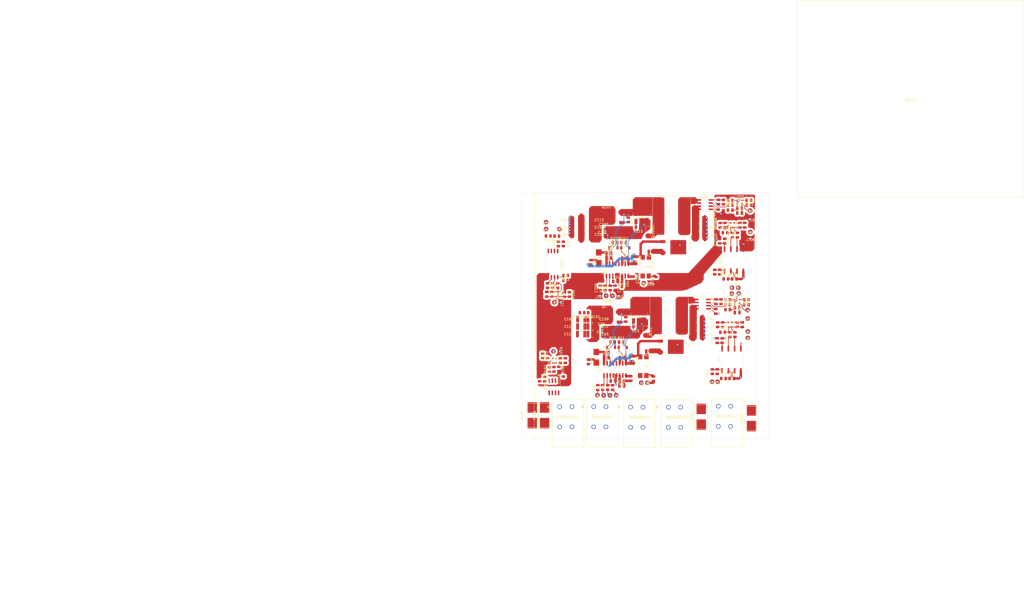
<source format=kicad_pcb>
(kicad_pcb (version 20211014) (generator pcbnew)
  (title_block (title "Components Layout") (date "2021-06-04") (comment 1 "Benmouffok") (comment 2 "Alinei") (comment 3 "Villa") (comment 4 "GFE"))
  (layers (0 "F.Cu" signal) (1 "In1.Cu" power) (2 "In2.Cu" power) (31 "B.Cu" signal) (34 "B.Paste" user) (35 "F.Paste" user) (36 "B.SilkS" user "B.Silkscreen") (37 "F.SilkS" user "F.Silkscreen") (38 "B.Mask" user) (39 "F.Mask" user) (44 "Edge.Cuts" user))
  (net 0 "")
  (net 1 "Net-(C103-Pad1)")
  (net 2 "GNDREF")
  (net 3 "Net-(C105-Pad2)")
  (net 4 "Net-(C117-Pad1)")
  (net 5 "/V2_Low")
  (net 6 "Net-(C206-Pad2)")
  (net 7 "Net-(C207-Pad1)")
  (net 8 "Net-(C209-Pad2)")
  (net 9 "Net-(C210-Pad1)")
  (net 10 "Net-(C213-Pad1)")
  (net 11 "/Power Leg 1/VILow1_op")
  (net 12 "+12V")
  (net 13 "Net-(C215-Pad1)")
  (net 14 "Net-(D2-Pad2)")
  (net 15 "Net-(C219-Pad1)")
  (net 16 "/Power Leg 1/IILow1_op")
  (net 17 "Net-(C6-Pad2)")
  (net 18 "Net-(C7-Pad1)")
  (net 19 "+5VD")
  (net 20 "+5V")
  (net 21 "Net-(C9-Pad2)")
  (net 22 "Net-(C10-Pad1)")
  (net 23 "Net-(C13-Pad1)")
  (net 24 "/Power Leg 2/VILow1_op")
  (net 25 "Net-(C15-Pad1)")
  (net 26 "Net-(D3-Pad2)")
  (net 27 "Net-(C19-Pad1)")
  (net 28 "/Power Leg 2/IILow1_op")
  (net 29 "+5P")
  (net 30 "Net-(C118-Pad2)")
  (net 31 "/V1_Low")
  (net 32 "Net-(D201-Pad2)")
  (net 33 "/Power Leg 1/PWM_H1")
  (net 34 "/Power Leg 1/PWM_L1")
  (net 35 "Net-(D1-Pad2)")
  (net 36 "/Power Leg 2/PWM_H1")
  (net 37 "/Power Leg 2/PWM_L1")
  (net 38 "/VI_High")
  (net 39 "Net-(F101-Pad2)")
  (net 40 "Net-(F102-Pad2)")
  (net 41 "/VIHigh_op")
  (net 42 "Net-(F103-Pad2)")
  (net 43 "/Power Leg 1/HRTIM1_CHB1")
  (net 44 "/IIHigh_op")
  (net 45 "/Power Leg 1/HRTIM1_CHB2")
  (net 46 "/Power Leg 1/N_GND")
  (net 47 "/Power Leg 2/HRTIM1_CHB1")
  (net 48 "/Power Leg 2/N_GND")
  (net 49 "Net-(L201-Pad1)")
  (net 50 "/Power Leg 2/HRTIM1_CHB2")
  (net 51 "Net-(D202-Pad2)")
  (net 52 "Net-(D203-Pad2)")
  (net 53 "Net-(L1-Pad1)")
  (net 54 "Net-(R204-Pad1)")
  (net 55 "Net-(R204-Pad2)")
  (net 56 "Net-(R205-Pad1)")
  (net 57 "/Power Leg 1/IILow1")
  (net 58 "Net-(R216-Pad2)")
  (net 59 "Net-(R219-Pad2)")
  (net 60 "Net-(R222-Pad2)")
  (net 61 "Net-(R4-Pad1)")
  (net 62 "Net-(R4-Pad2)")
  (net 63 "Net-(R5-Pad1)")
  (net 64 "/Power Leg 2/IILow1")
  (net 65 "Net-(R16-Pad2)")
  (net 66 "Net-(R19-Pad2)")
  (net 67 "/Power Leg 1/VILow1+")
  (net 68 "Net-(R22-Pad2)")
  (net 72 "Net-(R101-Pad1)")
  (net 73 "Net-(R101-Pad2)")
  (net 74 "Net-(R102-Pad1)")
  (net 75 "/IIHigh")
  (net 76 "Net-(R106-Pad2)")
  (net 77 "/Power Leg 2/VILow1+")
  (net 78 "/VIHigh+")
  (net 82 "/Power Leg 1/V_High")
  (net 83 "Net-(C17-Pad1)")
  (net 84 "Net-(C20-Pad1)")
  (net 85 "Net-(C102-Pad1)")
  (net 86 "Net-(C101-Pad1)")
  (net 87 "Net-(C104-Pad1)")
  (net 88 "Net-(C119-Pad1)")
  (net 89 "Net-(C217-Pad1)")
  (net 90 "Net-(C220-Pad1)")
  (net 91 "Net-(C1-Pad1)")
  (net 92 "Net-(C11-Pad1)")
  (net 93 "Net-(C12-Pad2)")
  (net 94 "Net-(C120-Pad2)")
  (net 95 "Net-(C201-Pad1)")
  (net 96 "Net-(C211-Pad1)")
  (net 97 "Net-(C212-Pad2)")
  (net 98 "VRef")
  (net 99 "DGND")
  (net 100 "NGND")
  (net 101 "/Power Leg 2/SW_Node")
  (net 102 "/Power Leg 1/SW_Node")
  (footprint "Footprints:custom_heatsink" (layer "F.Cu") (at 199.75 3.75)
    (fp_text reference "HS101")
    (fp_text value "Heatsink_Pad")
  )
  (footprint "Footprints:Fuse_holder_omni_blok" (layer "F.Cu") (at 51.2 132.4 90)
    (fp_text reference "F104")
    (fp_text value "8A")
  )
  (footprint "Footprints:WAGO-2604-1102" (layer "F.Cu") (at 86.116003 129.0988)
    (fp_text reference "J103")
    (fp_text value "2604-1102")
  )
  (footprint "Footprints:WAGO-2604-1102" (layer "F.Cu") (at 57.316003 128.8988)
    (fp_text reference "J118")
    (fp_text value "2604-1102")
  )
  (footprint "Footprints:WAGO-2604-1102" (layer "F.Cu") (at 71.116003 128.8988)
    (fp_text reference "J117")
    (fp_text value "2604-1102")
  )
  (footprint "Capacitor_SMD:C_0805_2012Metric" (layer "F.Cu") (at 59.25 83.3325 90)
    (fp_text reference "C104")
    (fp_text value "100nF")
  )
  (footprint "Capacitor_SMD:C_1210_3225Metric" (layer "F.Cu") (at 113.325 99.6375)
    (fp_text reference "C5")
    (fp_text value "4.7uF")
  )
  (footprint "Resistor_SMD:R_0805_2012Metric" (layer "F.Cu") (at 82.5125 118.4875 180)
    (fp_text reference "R3")
    (fp_text value "20k")
  )
  (footprint "Package_SO:SOIC-16_3.9x9.9mm_P1.27mm" (layer "F.Cu") (at 80.76 73.3375 90)
    (fp_text reference "U203")
    (fp_text value "UCC21222DR")
  )
  (footprint "Resistor_SMD:R_0805_2012Metric" (layer "F.Cu") (at 123.8 45.8 -90)
    (fp_text reference "R26")
    (fp_text value "1k")
  )
  (footprint "Package_TO_SOT_SMD:SOT-353_SC-70-5" (layer "F.Cu") (at 129.3275 86.0875)
    (fp_text reference "U5")
    (fp_text value "OPA316")
  )
  (footprint "Capacitor_SMD:C_1210_3225Metric" (layer "F.Cu") (at 114.325 59.2)
    (fp_text reference "C205")
    (fp_text value "4.7uF")
  )
  (footprint "Capacitor_SMD:C_0805_2012Metric" (layer "F.Cu") (at 82.7 108.975)
    (fp_text reference "C14")
    (fp_text value "100nF")
  )
  (footprint "Footprints:0906_millmax" (layer "F.Cu") (at 129.8 80.6 -90)
    (fp_text reference "J108")
    (fp_text value "Conn_01x01")
  )
  (footprint "Package_TO_SOT_SMD:TO-252-2" (layer "F.Cu") (at 89.585 89.875 90)
    (fp_text reference "Q2")
    (fp_text value "IPD200N15N3")
  )
  (footprint "Capacitor_SMD:C_0805_2012Metric" (layer "F.Cu") (at 52.4 108.25 90)
    (fp_text reference "C119")
    (fp_text value "100nF")
  )
  (footprint "Capacitor_SMD:C_0805_2012Metric" (layer "F.Cu") (at 79.8 80.675 -90)
    (fp_text reference "C207")
    (fp_text value "33pF")
  )
  (footprint "Resistor_SMD:R_0805_2012Metric" (layer "F.Cu") (at 95.4 117.55 90)
    (fp_text reference "R19")
    (fp_text value "51")
  )
  (footprint "Diode_SMD:D_SMB" (layer "F.Cu") (at 73.2 68.4 -90)
    (fp_text reference "D201")
    (fp_text value "STTH4R02U")
  )
  (footprint "Resistor_SMD:R_0805_2012Metric" (layer "F.Cu") (at 127.2 117.4375)
    (fp_text reference "Rv2")
    (fp_text value "470")
  )
  (footprint "Footprints:0906_millmax" (layer "F.Cu") (at 134.7025 60.5375)
    (fp_text reference "J206")
    (fp_text value "Conn_01x01")
  )
  (footprint "Resistor_SMD:R_0805_2012Metric" (layer "F.Cu") (at 82.3125 102.6375)
    (fp_text reference "R11")
    (fp_text value "2,2")
  )
  (footprint "Resistor_SMD:R_0805_2012Metric" (layer "F.Cu") (at 130.4625 55.1625 90)
    (fp_text reference "R208")
    (fp_text value "12k")
  )
  (footprint "Footprints:0906_millmax" (layer "F.Cu") (at 92.98 119.1775)
    (fp_text reference "J8")
    (fp_text value "Conn_01x01")
  )
  (footprint "Footprints:0906_millmax" (layer "F.Cu") (at 73.66 83.82)
    (fp_text reference "J204")
    (fp_text value "Conn_01x01")
  )
  (footprint "Resistor_SMD:R_0805_2012Metric" (layer "F.Cu") (at 125.5275 89.4875)
    (fp_text reference "R17")
    (fp_text value "43k")
  )
  (footprint "Footprints:0906_millmax" (layer "F.Cu") (at 80.28 124.2875)
    (fp_text reference "J3")
    (fp_text value "Conn_01x01")
  )
  (footprint "Capacitor_SMD:C_0805_2012Metric" (layer "F.Cu") (at 121.2625 102.0375 90)
    (fp_text reference "C11")
    (fp_text value "100nF")
  )
  (footprint "Resistor_SMD:R_0805_2012Metric" (layer "F.Cu") (at 133.1275 85.4875 180)
    (fp_text reference "R21")
    (fp_text value "1k")
  )
  (footprint "Resistor_SMD:R_0805_2012Metric" (layer "F.Cu") (at 57.6 110.2 90)
    (fp_text reference "R109")
    (fp_text value "62k")
  )
  (footprint "Resistor_SMD:R_0805_2012Metric" (layer "F.Cu") (at 75.8 80.65 90)
    (fp_text reference "R201")
    (fp_text value "51")
  )
  (footprint "Package_SO:SOIC-8_3.9x4.9mm_P1.27mm" (layer "F.Cu") (at 115.2625 87.2375)
    (fp_text reference "U2")
    (fp_text value "ACS730xLCTR-20AB")
  )
  (footprint "Package_SO:SOIC-16_3.9x9.9mm_P1.27mm" (layer "F.Cu") (at 79.76 113.775 90)
    (fp_text reference "U3")
    (fp_text value "UCC21222DR")
  )
  (footprint "Capacitor_SMD:C_1210_3225Metric" (layer "F.Cu") (at 68.36 56 180)
    (fp_text reference "C107")
    (fp_text value "4.7uF")
  )
  (footprint "Resistor_SMD:R_0805_2012Metric" (layer "F.Cu") (at 128.2 77)
    (fp_text reference "Rv202")
    (fp_text value "470")
  )
  (footprint "Footprints:0906_millmax" (layer "F.Cu") (at 51.8 53.9625)
    (fp_text reference "J104")
    (fp_text value "Conn_01x01")
  )
  (footprint "Capacitor_SMD:C_1210_3225Metric" (layer "F.Cu") (at 113.325 93.2375)
    (fp_text reference "C8")
    (fp_text value "4.7uF")
  )
  (footprint "Capacitor_SMD:C_1210_3225Metric" (layer "F.Cu") (at 75.2 57.2)
    (fp_text reference "C223")
    (fp_text value "100nF")
  )
  (footprint "Resistor_SMD:R_0805_2012Metric" (layer "F.Cu") (at 58.8 62.7625 -90)
    (fp_text reference "R29")
    (fp_text value "1k")
  )
  (footprint "Footprints:0906_millmax" (layer "F.Cu") (at 127.2 83)
    (fp_text reference "J107")
    (fp_text value "Conn_01x01")
  )
  (footprint "Resistor_SMD:R_0805_2012Metric" (layer "F.Cu") (at 94.4 65.8 180)
    (fp_text reference "R222")
    (fp_text value "1k")
  )
  (footprint "Resistor_SMD:R_0805_2012Metric" (layer "F.Cu") (at 126.5275 49.05)
    (fp_text reference "R217")
    (fp_text value "43k")
  )
  (footprint "Footprints:0906_millmax" (layer "F.Cu") (at 127.25 80.55 -90)
    (fp_text reference "J105")
    (fp_text value "Conn_01x01")
  )
  (footprint "Capacitor_SMD:C_0805_2012Metric" (layer "F.Cu") (at 77.31 66.5125)
    (fp_text reference "C218")
    (fp_text value "1uF")
  )
  (footprint "Diode_SMD:D_SOD-123" (layer "F.Cu") (at 82.9625 104.8375)
    (fp_text reference "D3")
    (fp_text value "STPS0520Z")
  )
  (footprint "Capacitor_SMD:C_0805_2012Metric" (layer "F.Cu") (at 49.2 117.6375 -90)
    (fp_text reference "C120")
    (fp_text value "100nF")
  )
  (footprint "Capacitor_SMD:C_0805_2012Metric" (layer "F.Cu") (at 120.8 86.2375 90)
    (fp_text reference "C12")
    (fp_text value "100nF")
  )
  (footprint "Resistor_SMD:R_0805_2012Metric" (layer "F.Cu") (at 121.4625 95.6125 90)
    (fp_text reference "R9")
    (fp_text value "1k")
  )
  (footprint "Resistor_SMD:R_0805_2012Metric" (layer "F.Cu") (at 51.2 117.6875 -90)
    (fp_text reference "R24")
    (fp_text value "1k")
  )
  (footprint "Resistor_SMD:R_0805_2012Metric" (layer "F.Cu") (at 120.2625 74.2 90)
    (fp_text reference "R30")
    (fp_text value "1k")
  )
  (footprint "Footprints:0906_millmax" (layer "F.Cu") (at 51.8 56.7625)
    (fp_text reference "J114")
    (fp_text value "Conn_01x01")
  )
  (footprint "Resistor_SMD:R_0805_2012Metric" (layer "F.Cu") (at 129.4625 59.2 90)
    (fp_text reference "R205")
    (fp_text value "27k")
  )
  (footprint "Resistor_SMD:R_0805_2012Metric" (layer "F.Cu") (at 88.2 96.4375 180)
    (fp_text reference "R15")
    (fp_text value "1k")
  )
  (footprint "Footprints:0906_millmax" (layer "F.Cu") (at 72.66 124.2575)
    (fp_text reference "J4")
    (fp_text value "Conn_01x01")
  )
  (footprint "Resistor_SMD:R_0805_2012Metric" (layer "F.Cu") (at 123.4625 98.685)
    (fp_text reference "R6")
    (fp_text value "12k")
  )
  (footprint "Resistor_SMD:R_0805_2012Metric" (layer "F.Cu") (at 126.5275 47.05)
    (fp_text reference "R216")
    (fp_text value "62k")
  )
  (footprint "Package_TO_SOT_SMD:TO-252-2" (layer "F.Cu") (at 102.36 104.55)
    (fp_text reference "Q3")
    (fp_text value "IPD200N15N3")
  )
  (footprint "Capacitor_SMD:C_0805_2012Metric" (layer "F.Cu") (at 82.55 120.4875)
    (fp_text reference "C10")
    (fp_text value "100nF")
  )
  (footprint "Resistor_SMD:R_0805_2012Metric" (layer "F.Cu") (at 126.4625 99.6375 90)
    (fp_text reference "R4")
    (fp_text value "27k")
  )
  (footprint "Resistor_SMD:R_0805_2012Metric" (layer "F.Cu") (at 127.4625 59.2 90)
    (fp_text reference "R204")
    (fp_text value "27k")
  )
  (footprint "Resistor_SMD:R_0805_2012Metric" (layer "F.Cu") (at 52.4 79.6875 -90)
    (fp_text reference "R102")
    (fp_text value "27k")
  )
  (footprint "Resistor_SMD:R_0805_2012Metric" (layer "F.Cu") (at 53.2 113.8 90)
    (fp_text reference "R107")
    (fp_text value "43k")
  )
  (footprint "Resistor_SMD:R_0805_2012Metric" (layer "F.Cu") (at 129.3525 88.6875)
    (fp_text reference "R20")
    (fp_text value "62k")
  )
  (footprint "Capacitor_SMD:C_0805_2012Metric" (layer "F.Cu") (at 132.4625 55.1625 90)
    (fp_text reference "C213")
    (fp_text value "20pF")
  )
  (footprint "Resistor_SMD:R_0805_2012Metric" (layer "F.Cu") (at 52.6875 59.5625 180)
    (fp_text reference "Rv102")
    (fp_text value "5.6K")
  )
  (footprint "Resistor_SMD:R_0805_2012Metric" (layer "F.Cu") (at 76.8 121.0875 90)
    (fp_text reference "R2")
    (fp_text value "51")
  )
  (footprint "Resistor_SMD:R_0805_2012Metric" (layer "F.Cu") (at 125.5275 87.4875)
    (fp_text reference "R16")
    (fp_text value "62k")
  )
  (footprint "Capacitor_SMD:C_0805_2012Metric" (layer "F.Cu") (at 79 118.4875)
    (fp_text reference "C2")
    (fp_text value "100nF")
  )
  (footprint "Resistor_SMD:R_0805_2012Metric" (layer "F.Cu") (at 134.1275 45.05 180)
    (fp_text reference "R221")
    (fp_text value "1k")
  )
  (footprint "Footprints:0906_millmax" (layer "F.Cu") (at 134.7025 57.9375)
    (fp_text reference "J205")
    (fp_text value "Conn_01x01")
  )
  (footprint "Capacitor_SMD:C_0805_2012Metric" (layer "F.Cu") (at 122.2625 74.2 -90)
    (fp_text reference "C201")
    (fp_text value "100nF")
  )
  (footprint "Capacitor_SMD:C_0805_2012Metric" (layer "F.Cu") (at 131.4625 95.6 90)
    (fp_text reference "C13")
    (fp_text value "20pF")
  )
  (footprint "Capacitor_SMD:C_1210_3225Metric" (layer "F.Cu") (at 87.6 69.4 -90)
    (fp_text reference "C216")
    (fp_text value "10uF")
  )
  (footprint "Footprints:Fuse_holder_omni_blok" (layer "F.Cu") (at 114.8 133 90)
    (fp_text reference "F101")
    (fp_text value "8A")
  )
  (footprint "Capacitor_SMD:C_1210_3225Metric" (layer "F.Cu") (at 114.325 56)
    (fp_text reference "C203")
    (fp_text value "4.7uF")
  )
  (footprint "Footprints:0906_millmax" (layer "F.Cu") (at 91.44 78.74)
    (fp_text reference "J207")
    (fp_text value "Conn_01x01")
  )
  (footprint "Capacitor_SMD:C_0805_2012Metric" (layer "F.Cu") (at 58.8 117.6 90)
    (fp_text reference "C118")
    (fp_text value "1nF")
  )
  (footprint "Capacitor_SMD:C_1210_3225Metric" (layer "F.Cu") (at 70.275 93.325 180)
    (fp_text reference "C109")
    (fp_text value "4.7uF")
  )
  (footprint "Capacitor_SMD:C_0805_2012Metric" (layer "F.Cu") (at 134.1275 47.05)
    (fp_text reference "C220")
    (fp_text value "100nF")
  )
  (footprint "Package_TO_SOT_SMD:SOT-353_SC-70-5" (layer "F.Cu") (at 56.65 83.185 -90)
    (fp_text reference "U102")
    (fp_text value "OPA316")
  )
  (footprint "Resistor_SMD:R_0805_2012Metric" (layer "F.Cu") (at 74.8 121.0875 90)
    (fp_text reference "R1")
    (fp_text value "51")
  )
  (footprint "Footprints:WAGO-2604-1102" (layer "F.Cu") (at 101.441003 129.1)
    (fp_text reference "J102")
    (fp_text value "2604-1102")
  )
  (footprint "Diode_SMD:D_SMB" (layer "F.Cu") (at 72.2 108.8375 -90)
    (fp_text reference "D1")
    (fp_text value "STTH4R02U")
  )
  (footprint "Capacitor_SMD:C_0805_2012Metric" (layer "F.Cu") (at 120.6625 90.1875 90)
    (fp_text reference "C9")
    (fp_text value "1nF")
  )
  (footprint "Resistor_SMD:R_0805_2012Metric" (layer "F.Cu") (at 89.2 56 180)
    (fp_text reference "R215")
    (fp_text value "1k")
  )
  (footprint "Diode_SMD:D_SOD-123" (layer "F.Cu") (at 79.15 64.4)
    (fp_text reference "D202")
    (fp_text value "STPS0520Z")
  )
  (footprint "Footprints:0906_millmax" (layer "F.Cu") (at 54.8 106.4 90)
    (fp_text reference "J115")
    (fp_text value "Conn_01x01")
  )
  (footprint "Footprints:0906_millmax" (layer "F.Cu") (at 133.64 93.0875)
    (fp_text reference "J10")
    (fp_text value "Conn_01x01")
  )
  (footprint "Resistor_SMD:R_0805_2012Metric" (layer "F.Cu") (at 56.4 79.6875 90)
    (fp_text reference "R103")
    (fp_text value "12k")
  )
  (footprint "Capacitor_SMD:C_1210_3225Metric" (layer "F.Cu") (at 64.125 56 180)
    (fp_text reference "C110")
    (fp_text value "4.7uF")
  )
  (footprint "Capacitor_SMD:C_0805_2012Metric" (layer "F.Cu") (at 76.31 106.95)
    (fp_text reference "C18")
    (fp_text value "1uF")
  )
  (footprint "Capacitor_SMD:C_0805_2012Metric" (layer "F.Cu") (at 74.8 59.8)
    (fp_text reference "C221")
    (fp_text value "100nF")
  )
  (footprint "Capacitor_SMD:C_1210_3225Metric" (layer "F.Cu") (at 113.325 96.4375)
    (fp_text reference "C3")
    (fp_text value "4.7uF")
  )
  (footprint "Capacitor_SMD:C_1210_3225Metric" (layer "F.Cu") (at 86.6 109.8375 -90)
    (fp_text reference "C16")
    (fp_text value "10uF")
  )
  (footprint "Package_SO:SOP-8_6.62x9.15mm_P2.54mm" (layer "F.Cu") (at 127.0625 109.8375 90)
    (fp_text reference "U1")
    (fp_text value "AMC1100DUB")
  )
  (footprint "Resistor_SMD:R_0805_2012Metric" (layer "F.Cu") (at 122.4625 55.175 90)
    (fp_text reference "R209")
    (fp_text value "1k")
  )
  (footprint "Capacitor_SMD:C_0805_2012Metric" (layer "F.Cu") (at 73.8 100.2375)
    (fp_text reference "C21")
    (fp_text value "100nF")
  )
  (footprint "Resistor_SMD:R_0805_2012Metric" (layer "F.Cu") (at 83.5125 78.05 180)
    (fp_text reference "R203")
    (fp_text value "20k")
  )
  (footprint "Resistor_SMD:R_0805_2012Metric" (layer "F.Cu") (at 124.8 77)
    (fp_text reference "Rv201")
    (fp_text value "150K")
  )
  (footprint "Footprints:0906_millmax" (layer "F.Cu") (at 90.44 119.1775)
    (fp_text reference "J7")
    (fp_text value "Conn_01x01")
  )
  (footprint "Footprints:0906_millmax" (layer "F.Cu") (at 133.7025 98.375)
    (fp_text reference "J5")
    (fp_text value "Conn_01x01")
  )
  (footprint "Footprints:0906_millmax" (layer "F.Cu") (at 134.64 52.65)
    (fp_text reference "J210")
    (fp_text value "Conn_01x01")
  )
  (footprint "Capacitor_SMD:C_0805_2012Metric" (layer "F.Cu") (at 121.8 45.8 90)
    (fp_text reference "C212")
    (fp_text value "100nF")
  )
  (footprint "Package_SO:SOIC-8_7.5x5.85mm_P1.27mm" (layer "F.Cu") (at 54.6 70.9625 -90)
    (fp_text reference "U101")
    (fp_text value "AMC1311")
  )
  (footprint "Footprints:Fuse_holder_omni_blok" (layer "F.Cu") (at 46.2 132.4 90)
    (fp_text reference "F103")
    (fp_text value "8A")
  )
  (footprint "Package_TO_SOT_SMD:SOT-353_SC-70-5" (layer "F.Cu") (at 130.3275 45.65)
    (fp_text reference "U205")
    (fp_text value "OPA316")
  )
  (footprint "Capacitor_SMD:C_0805_2012Metric" (layer "F.Cu") (at 133.1275 87.4875)
    (fp_text reference "C20")
    (fp_text value "100nF")
  )
  (footprint "Footprints:0906_millmax" (layer "F.Cu") (at 133.7025 100.975)
    (fp_text reference "J6")
    (fp_text value "Conn_01x01")
  )
  (footprint "Resistor_SMD:R_0805_2012Metric" (layer "F.Cu") (at 84.2 93.4375 -90)
    (fp_text reference "R14")
    (fp_text value "1k")
  )
  (footprint "Package_DIP:SMDIP-4_W7.62mm" (layer "F.Cu") (at 92.285 72 90)
    (fp_text reference "U206")
    (fp_text value "SFH617A-2X009T")
  )
  (footprint "Resistor_SMD:R_0805_2012Metric" (layer "F.Cu") (at 123.8 117.4375)
    (fp_text reference "Rv1")
    (fp_text value "150K")
  )
  (footprint "Capacitor_SMD:C_0805_2012Metric" (layer "F.Cu") (at 87.2 77 -90)
    (fp_text reference "C204")
    (fp_text value "100nF")
  )
  (footprint "Capacitor_SMD:C_0805_2012Metric" (layer "F.Cu") (at 129.3525 90.6875)
    (fp_text reference "C19")
    (fp_text value "20pF")
  )
  (footprint "Capacitor_SMD:C_0805_2012Metric" (layer "F.Cu") (at 124.4625 55.2 -90)
    (fp_text reference "C217")
    (fp_text value "100nF")
  )
  (footprint "Resistor_SMD:R_0805_2012Metric" (layer "F.Cu") (at 124.4625 58.2475)
    (fp_text reference "R206")
    (fp_text value "12k")
  )
  (footprint "Resistor_SMD:R_0805_2012Metric" (layer "F.Cu") (at 57 113.6 -90)
    (fp_text reference "R108")
    (fp_text value "43k")
  )
  (footprint "Resistor_SMD:R_0805_2012Metric" (layer "F.Cu") (at 69 110.6875 -90)
    (fp_text reference "R7")
    (fp_text value "2.2")
  )
  (footprint "Capacitor_SMD:C_0805_2012Metric" (layer "F.Cu") (at 73.8 80.675 90)
    (fp_text reference "C206")
    (fp_text value "33pF")
  )
  (footprint "Resistor_SMD:R_0805_2012Metric" (layer "F.Cu") (at 50.4 108.2 -90)
    (fp_text reference "R110")
    (fp_text value "1k")
  )
  (footprint "Capacitor_SMD:C_0805_2012Metric" (layer "F.Cu") (at 56.8 62.7625 90)
    (fp_text reference "C101")
    (fp_text value "100nF")
  )
  (footprint "Capacitor_SMD:C_0805_2012Metric" (layer "F.Cu") (at 77.31 68.5375)
    (fp_text reference "C215")
    (fp_text value "100nF")
  )
  (footprint "Capacitor_SMD:C_0805_2012Metric" (layer "F.Cu") (at 130.3525 50.25)
    (fp_text reference "C219")
    (fp_text value "20pF")
  )
  (footprint "Footprints:0906_millmax" (layer "F.Cu") (at 78.74 83.85)
    (fp_text reference "J202")
    (fp_text value "Conn_01x01")
  )
  (footprint "Resistor_SMD:R_0805_2012Metric" (layer "F.Cu") (at 96.4 77.1125 90)
    (fp_text reference "R219")
    (fp_text value "51")
  )
  (footprint "Footprints:Fuse_holder_omni_blok" (layer "F.Cu") (at 135.2 133.6 90)
    (fp_text reference "F102")
    (fp_text value "8A")
  )
  (footprint "Resistor_SMD:R_0805_2012Metric" (layer "F.Cu") (at 56.1675 59.5875 180)
    (fp_text reference "Rv101")
    (fp_text value "330K")
  )
  (footprint "Package_SO:SOIC-8_3.9x4.9mm_P1.27mm" (layer "F.Cu") (at 55 120.8 90)
    (fp_text reference "U104")
    (fp_text value "+-20A")
  )
  (footprint "Footprints:0906_millmax" (layer "F.Cu") (at 119.2 118.8)
    (fp_text reference "J109")
    (fp_text value "Conn_01x01")
  )
  (footprint "Diode_SMD:D_SOD-123" (layer "F.Cu") (at 78.15 104.8375)
    (fp_text reference "D2")
    (fp_text value "STPS0520Z")
  )
  (footprint "Package_TO_SOT_SMD:TO-252-2" (layer "F.Cu") (at 77.385 92.25 180)
    (fp_text reference "Q1")
    (fp_text value "IPD200N15N3")
  )
  (footprint "Resistor_SMD:R_0805_2012Metric" (layer "F.Cu") (at 59.7875 75.6 180)
    (fp_text reference "R23")
    (fp_text value "1k")
  )
  (footprint "Footprints:0906_millmax" (layer "F.Cu") (at 134.64 49.25)
    (fp_text reference "J209")
    (fp_text value "Conn_01x01")
  )
  (footprint "Resistor_SMD:R_0805_2012Metric" (layer "F.Cu") (at 85.2 53 -90)
    (fp_text reference "R214")
    (fp_text value "1k")
  )
  (footprint "Diode_SMD:D_SOD-123" (layer "F.Cu") (at 93.16 57.85 -90)
    (fp_text reference "D_L201")
    (fp_text value "STTH1002CB")
  )
  (footprint "Resistor_SMD:R_0805_2012Metric" (layer "F.Cu") (at 124.2625 61.6 -90)
    (fp_text reference "R25")
    (fp_text value "1k")
  )
  (footprint "Footprints:0906_millmax" (layer "F.Cu") (at 57.2 56.7625)
    (fp_text reference "J113")
    (fp_text value "Conn_01x01")
  )
  (footprint "Capacitor_SMD:C_1210_3225Metric" (layer "F.Cu") (at 66.025 99.4 180)
    (fp_text reference "C112")
    (fp_text value "4.7uF")
  )
  (footprint "Package_TO_SOT_SMD:TO-252-2" (layer "F.Cu") (at 90.585 49.4375 90)
    (fp_text reference "Q202")
    (fp_text value "IPD200N15N3")
  )
  (footprint "Capacitor_SMD:C_1210_3225Metric" (layer "F.Cu") (at 64.125 53 180)
    (fp_text reference "C116")
    (fp_text value "4.7uF")
  )
  (footprint "Footprints:0906_millmax" (layer "F.Cu") (at 93.98 78.74)
    (fp_text reference "J208")
    (fp_text value "Conn_01x01")
  )
  (footprint "Package_SO:SOIC-8_3.9x4.9mm_P1.27mm" (layer "F.Cu") (at 116.2625 46.8)
    (fp_text reference "U202")
    (fp_text value "ACS730xLCTR-20AB")
  )
  (footprint "Capacitor_SMD:C_0805_2012Metric" (layer "F.Cu") (at 78.8 121.1125 -90)
    (fp_text reference "C7")
    (fp_text value "33pF")
  )
  (footprint "Footprints:SRP1510CA-330M" (layer "F.Cu") (at 102.76 51.4875 -90)
    (fp_text reference "L201")
    (fp_text value "33uH")
  )
  (footprint "Footprints:0906_millmax" (layer "F.Cu") (at 133.64 89.6875)
    (fp_text reference "J9")
    (fp_text value "Conn_01x01")
  )
  (footprint "Footprints:0906_millmax" (layer "F.Cu") (at 76.2 83.85)
    (fp_text reference "J201")
    (fp_text value "Conn_01x01")
  )
  (footprint "Resistor_SMD:R_0805_2012Metric" (layer "F.Cu") (at 122.8 86.2375 -90)
    (fp_text reference "R28")
    (fp_text value "1k")
  )
  (footprint "Footprints:0906_millmax" (layer "F.Cu") (at 81.28 83.85)
    (fp_text reference "J203")
    (fp_text value "Conn_01x01")
  )
  (footprint "Capacitor_SMD:C_1210_3225Metric" (layer "F.Cu") (at 64.125 59 180)
    (fp_text reference "C106")
    (fp_text value "4.7uF")
  )
  (footprint "Capacitor_SMD:C_0805_2012Metric" (layer "F.Cu") (at 121.6625 49.75 90)
    (fp_text reference "C209")
    (fp_text value "1nF")
  )
  (footprint "Resistor_SMD:R_0805_2012Metric" (layer "F.Cu") (at 70 70.25 -90)
    (fp_text reference "R207")
    (fp_text value "2.2")
  )
  (footprint "Resistor_SMD:R_0805_2012Metric" (layer "F.Cu") (at 77.8 80.65 90)
    (fp_text reference "R202")
    (fp_text value "51")
  )
  (footprint "Footprints:0906_millmax" (layer "F.Cu") (at 57.8 86.4875 90)
    (fp_text reference "J112")
    (fp_text value "Conn_01x01")
  )
  (footprint "Capacitor_SMD:C_1210_3225Metric" (layer "F.Cu") (at 70.275 96.325 180)
    (fp_text reference "C111")
    (fp_text value "4.7uF")
  )
  (footprint "Capacitor_SMD:C_0805_2012Metric" (layer "F.Cu") (at 59.8 77.6)
    (fp_text reference "C102")
    (fp_text value "100nF")
  )
  (footprint "Package_TO_SOT_SMD:SOT-353_SC-70-5" (layer "F.Cu") (at 127.4625 55.1625 90)
    (fp_text reference "U204")
    (fp_text value "OPA316")
  )
  (footprint "Footprints:0906_millmax" (layer "F.Cu") (at 57.4 106.4 90)
    (fp_text reference "J116")
    (fp_text value "Conn_01x01")
  )
  (footprint "Capacitor_SMD:C_0805_2012Metric" (layer "F.Cu") (at 122.2625 61.6 90)
    (fp_text reference "C211")
    (fp_text value "100nF")
  )
  (footprint "Footprints:SRP1510CA-330M" (layer "F.Cu") (at 101.76 91.925 -90)
    (fp_text reference "L1")
    (fp_text value "33uH")
  )
  (footprint "Capacitor_SMD:C_0805_2012Metric" (layer "F.Cu") (at 123.4625 95.6375 -90)
    (fp_text reference "C17")
    (fp_text value "100nF")
  )
  (footprint "Footprints:0906_millmax" (layer "F.Cu") (at 55.2 86.4875 90)
    (fp_text reference "J111")
    (fp_text value "Conn_01x01")
  )
  (footprint "Resistor_SMD:R_0805_2012Metric" (layer "F.Cu") (at 54.4 79.6875 -90)
    (fp_text reference "R101")
    (fp_text value "27k")
  )
  (footprint "Capacitor_SMD:C_0805_2012Metric" (layer "F.Cu") (at 59.6 110.15 90)
    (fp_text reference "C117")
    (fp_text value "20pF")
  )
  (footprint "Resistor_SMD:R_0805_2012Metric" (layer "F.Cu") (at 69.85 90.725 180)
    (fp_text reference "Rbleed101")
    (fp_text value "1M")
  )
  (footprint "Footprints:WAGO-2604-1102" (layer "F.Cu") (at 121.716003 128.6988)
    (fp_text reference "J101")
    (fp_text value "2604-1102")
  )
  (footprint "Capacitor_SMD:C_0805_2012Metric" (layer "F.Cu") (at 72.8 121.1125 90)
    (fp_text reference "C6")
    (fp_text value "33pF")
  )
  (footprint "Capacitor_SMD:C_0805_2012Metric" (layer "F.Cu") (at 80 78.05)
    (fp_text reference "C202")
    (fp_text value "100nF")
  )
  (footprint "Diode_SMD:D_SOD-123" (layer "F.Cu") (at 83.9625 64.4)
    (fp_text reference "D203")
    (fp_text value "STPS0520Z")
  )
  (footprint "Package_TO_SOT_SMD:SOT-353_SC-70-5" (layer "F.Cu") (at 55.2 110.2 90)
    (fp_text reference "U103")
    (fp_text value "OPA316")
  )
  (footprint "Capacitor_SMD:C_0805_2012Metric" (layer "F.Cu") (at 86.2 117.4375 -90)
    (fp_text reference "C4")
    (fp_text value "100nF")
  )
  (footprint "Resistor_SMD:R_0805_2012Metric" (layer "F.Cu") (at 130.3525 48.25)
    (fp_text reference "R220")
    (fp_text value "62k")
  )
  (footprint "Capacitor_SMD:C_1210_3225Metric" (layer "F.Cu") (at 66.075 96.325 180)
    (fp_text reference "C114")
    (fp_text value "4.7uF")
  )
  (footprint "Package_TO_SOT_SMD:TO-252-2" (layer "F.Cu") (at 78.385 51.8125 180)
    (fp_text reference "Q201")
    (fp_text value "IPD200N15N3")
  )
  (footprint "Footprints:0906_millmax" (layer "F.Cu") (at 130 82.95)
    (fp_text reference "J106")
    (fp_text value "Conn_01x01")
  )
  (footprint "Resistor_SMD:R_0805_2012Metric" (layer "F.Cu") (at 125.5275 85.4875 180)
    (fp_text reference "R18")
    (fp_text value "43k")
  )
  (footprint "Resistor_SMD:R_0805_2012Metric" (layer "F.Cu") (at 55 113.7125 90)
    (fp_text reference "R106")
    (fp_text value "62k")
  )
  (footprint "Capacitor_SMD:C_0805_2012Metric" (layer "F.Cu") (at 76.31 108.975)
    (fp_text reference "C15")
    (fp_text value "100nF")
  )
  (footprint "Package_SO:SOP-8_6.62x9.15mm_P2.54mm" (layer "F.Cu") (at 128.0625 69.4 90)
    (fp_text reference "U201")
    (fp_text value "AMC1100DUB")
  )
  (footprint "Capacitor_SMD:C_1210_3225Metric" (layer "F.Cu") (at 74.2 97.6375)
    (fp_text reference "C23")
    (fp_text value "100nF")
  )
  (footprint "Diode_SMD:D_SOD-123" (layer "F.Cu") (at 92.16 98.2875 -90)
    (fp_text reference "D_L1")
    (fp_text value "STTH1002CB")
  )
  (footprint "Package_TO_SOT_SMD:TO-252-2" (layer "F.Cu") (at 103.36 64.1125)
    (fp_text reference "Q203")
    (fp_text value "IPD200N15N3")
  )
  (footprint "Capacitor_SMD:C_1210_3225Metric" (layer "F.Cu") (at 68.36 53 180)
    (fp_text reference "C113")
    (fp_text value "4.7uF")
  )
  (footprint "Capacitor_SMD:C_1210_3225Metric" (layer "F.Cu") (at 66.075 93.325 180)
    (fp_text reference "C108")
    (fp_text value "4.7uF")
  )
  (footprint "Resistor_SMD:R_0805_2012Metric" (layer "F.Cu") (at 79.8 62.2)
    (fp_text reference "R210")
    (fp_text value "2,2")
  )
  (footprint "Resistor_SMD:R_0805_2012Metric" (layer "F.Cu") (at 78.8 102.6375)
    (fp_text reference "R10")
    (fp_text value "2,2")
  )
  (footprint "Resistor_SMD:R_0805_2012Metric" (layer "F.Cu") (at 119.2625 114.6375 90)
    (fp_text reference "R31")
    (fp_text value "1k")
  )
  (footprint "Capacitor_SMD:C_1210_3225Metric" (layer "F.Cu") (at 114.325 52.8)
    (fp_text reference "C208")
    (fp_text value "4.7uF")
  )
  (footprint "Resistor_SMD:R_0805_2012Metric" (layer "F.Cu") (at 126.5275 45.05 180)
    (fp_text reference "R218")
    (fp_text value "43k")
  )
  (footprint "Capacitor_SMD:C_0805_2012Metric" (layer "F.Cu") (at 83.7 68.5375)
    (fp_text reference "C214")
    (fp_text value "100nF")
  )
  (footprint "Footprints:0906_millmax" (layer "F.Cu") (at 77.74 124.2875)
    (fp_text reference "J2")
    (fp_text value "Conn_01x01")
  )
  (footprint "Capacitor_SMD:C_1210_3225Metric" (layer "F.Cu") (at 70.275 99.4 180)
    (fp_text reference "C115")
    (fp_text value "4.7uF")
  )
  (footprint "Package_DIP:SMDIP-4_W7.62mm" (layer "F.Cu") (at 91.285 112.4375 90)
    (fp_text reference "U6")
    (fp_text value "SFH617A-2X009T")
  )
  (footprint "Footprints:0906_millmax" (layer "F.Cu") (at 75.2 124.2875)
    (fp_text reference "J1")
    (fp_text value "Conn_01x01")
  )
  (footprint "Package_TO_SOT_SMD:SOT-353_SC-70-5" (layer "F.Cu") (at 126.4625 95.6 90)
    (fp_text reference "U4")
    (fp_text value "OPA316")
  )
  (footprint "Resistor_SMD:R_0805_2012Metric" (layer "F.Cu") (at 128.4625 99.6375 90)
    (fp_text reference "R5")
    (fp_text value "27k")
  )
  (footprint "Resistor_SMD:R_0805_2012Metric" (layer "F.Cu") (at 66.425 90.725 180)
    (fp_text reference "Rbleed102")
    (fp_text value "1M")
  )
  (footprint "Resistor_SMD:R_0805_2012Metric" (layer "F.Cu") (at 54.05 83.215 -90)
    (fp_text reference "R104")
    (fp_text value "12k")
  )
  (footprint "Capacitor_SMD:C_0805_2012Metric" (layer "F.Cu") (at 121.2625 114.6375 -90)
    (fp_text reference "C1")
    (fp_text value "100nF")
  )
  (footprint "Capacitor_SMD:C_0805_2012Metric" (layer "F.Cu") (at 52.05 83.235 -90)
    (fp_text reference "C103")
    (fp_text value "20pF")
  )
  (footprint "Footprints:0906_millmax" (layer "F.Cu") (at 121.4 118.8)
    (fp_text reference "J110")
    (fp_text value "Conn_01x01")
  )
  (footprint "Resistor_SMD:R_0805_2012Metric" (layer "F.Cu") (at 93.4 106.2375 180)
    (fp_text reference "R22")
    (fp_text value "1k")
  )
  (footprint "Capacitor_SMD:C_0805_2012Metric" (layer "F.Cu") (at 83.55 80.05)
    (fp_text reference "C210")
    (fp_text value "100nF")
  )
  (footprint "Capacitor_SMD:C_1210_3225Metric" (layer "F.Cu") (at 68.36 59 180)
    (fp_text reference "C105")
    (fp_text value "4.7uF")
  )
  (footprint "Resistor_SMD:R_0805_2012Metric" (layer "F.Cu") (at 123.2625 102.0375 -90)
    (fp_text reference "R27")
    (fp_text value "1k")
  )
  (footprint "Resistor_SMD:R_0805_2012Metric" (layer "F.Cu") (at 83.3125 62.2)
    (fp_text reference "R211")
    (fp_text value "2,2")
  )
  (footprint "Resistor_SMD:R_0805_2012Metric" (layer "F.Cu") (at 129.4625 95.6 90)
    (fp_text reference "R8")
    (fp_text value "12k")
  )
  (footprint "Resistor_SMD:R_0805_2012Metric" (layer "F.Cu") (at 61.25 83.3125 -90)
    (fp_text reference "R105")
    (fp_text value "1k")
  )
  (gr_line (start 137 42) (end 137 142) (layer "F.SilkS") (width 0.12))
  (gr_line (start 47 42) (end 47 142) (layer "F.SilkS") (width 0.12))
  (gr_line (start 42 42) (end 142 42) (layer "Edge.Cuts") (width 0.05))
  (gr_line (start 42 42) (end 42 142) (layer "Edge.Cuts") (width 0.05))
  (gr_line (start 42 142) (end 142 142) (layer "Edge.Cuts") (width 0.05))
  (gr_line (start 142 142) (end 142 42) (layer "Edge.Cuts") (width 0.05))
  (segment (start 52.4 80.6) (end 52.4 81.935) (width 0.25) (layer "F.Cu") (net 1))
  (segment (start 52.4 81.935) (end 52.05 82.285) (width 0.25) (layer "F.Cu") (net 1))
  (segment (start 56 82.235) (end 52.1 82.235) (width 0.25) (layer "F.Cu") (net 1))
  (segment (start 52.1 82.235) (end 52.05 82.285) (width 0.25) (layer "F.Cu") (net 1))
  (segment (start 93.16 56.2) (end 93.16 53.9325) (width 2) (layer "F.Cu") (net 2))
  (segment (start 92.16 96.6375) (end 92.16 94.37) (width 2) (layer "F.Cu") (net 2))
  (segment (start 93.16 53.9325) (end 92.865 53.6375) (width 2) (layer "F.Cu") (net 2))
  (segment (start 92.16 94.37) (end 91.865 94.075) (width 2) (layer "F.Cu") (net 2))
  (segment (start 85.2 67.6) (end 85.2 67.9875) (width 0.25) (layer "F.Cu") (net 2))
  (segment (start 84.2 108.0375) (end 84.2 108.425) (width 0.25) (layer "F.Cu") (net 2))
  (segment (start 98.5675 65.8) (end 99.16 66.3925) (width 2) (layer "F.Cu") (net 2))
  (segment (start 97.5675 106.2375) (end 98.16 106.83) (width 2) (layer "F.Cu") (net 2))
  (segment (start 95.3125 65.8) (end 98.5675 65.8) (width 2) (layer "F.Cu") (net 2))
  (segment (start 94.3125 106.2375) (end 97.5675 106.2375) (width 2) (layer "F.Cu") (net 2))
  (segment (start 90.1125 56) (end 90.5025 56) (width 0.25) (layer "F.Cu") (net 2))
  (segment (start 89.1125 96.4375) (end 89.5025 96.4375) (width 0.25) (layer "F.Cu") (net 2))
  (segment (start 85.205 69.0925) (end 84.65 68.5375) (width 1) (layer "F.Cu") (net 2))
  (segment (start 84.205 109.53) (end 83.65 108.975) (width 1) (layer "F.Cu") (net 2))
  (segment (start 84.205 108.0425) (end 84.2 108.0375) (width 0.25) (layer "F.Cu") (net 2))
  (segment (start 85.205 67.605) (end 85.2 67.6) (width 0.25) (layer "F.Cu") (net 2))
  (segment (start 87.6 70.875) (end 85.2175 70.875) (width 1) (layer "F.Cu") (net 2))
  (segment (start 86.6 111.3125) (end 84.2175 111.3125) (width 1) (layer "F.Cu") (net 2))
  (segment (start 85.2175 70.875) (end 85.205 70.8625) (width 1) (layer "F.Cu") (net 2))
  (segment (start 84.2175 111.3125) (end 84.205 111.3) (width 1) (layer "F.Cu") (net 2))
  (segment (start 87.5 70.6) (end 88.1 70) (width 1) (layer "F.Cu") (net 2))
  (segment (start 86.5 111.0375) (end 87.1 110.4375) (width 1) (layer "F.Cu") (net 2))
  (segment (start 89.5025 96.4375) (end 90.65125 95.28875) (width 0.25) (layer "F.Cu") (net 2))
  (segment (start 90.5025 56) (end 91.65125 54.85125) (width 0.25) (layer "F.Cu") (net 2))
  (segment (start 88.1 70) (end 86.9 70) (width 1) (layer "F.Cu") (net 2))
  (segment (start 87.1 110.4375) (end 85.9 110.4375) (width 1) (layer "F.Cu") (net 2))
  (segment (start 85.2 67.9875) (end 84.65 68.5375) (width 0.25) (layer "F.Cu") (net 2))
  (segment (start 84.2 108.425) (end 83.65 108.975) (width 0.25) (layer "F.Cu") (net 2))
  (segment (start 85.205 70.8625) (end 85.205 69.0925) (width 1) (layer "F.Cu") (net 2))
  (segment (start 84.205 111.3) (end 84.205 109.53) (width 1) (layer "F.Cu") (net 2))
  (segment (start 90.65125 95.28875) (end 91.865 94.075) (width 0.25) (layer "F.Cu") (net 2))
  (segment (start 91.65125 54.85125) (end 92.865 53.6375) (width 0.25) (layer "F.Cu") (net 2))
  (via (at 61.4 51.8) (size 0.8) (drill 0.4) (layers "F.Cu" "B.Cu") (net 2))
  (via (at 75.8 58.4) (size 0.8) (drill 0.4) (layers "F.Cu" "B.Cu") (net 2))
  (via (at 74.8 98.8375) (size 0.8) (drill 0.4) (layers "F.Cu" "B.Cu") (net 2))
  (via (at 61.4 58.4) (size 0.8) (drill 0.4) (layers "F.Cu" "B.Cu") (net 2))
  (via (at 75.8 57.2) (size 0.8) (drill 0.4) (layers "F.Cu" "B.Cu") (net 2))
  (via (at 74.8 97.6375) (size 0.8) (drill 0.4) (layers "F.Cu" "B.Cu") (net 2))
  (via (at 61.4 53.8) (size 0.8) (drill 0.4) (layers "F.Cu" "B.Cu") (net 2))
  (via (at 76.8 60.4) (size 0.8) (drill 0.4) (layers "F.Cu" "B.Cu") (net 2))
  (via (at 75.8 100.8375) (size 0.8) (drill 0.4) (layers "F.Cu" "B.Cu") (net 2))
  (via (at 61.4 52.8) (size 0.8) (drill 0.4) (layers "F.Cu" "B.Cu") (net 2))
  (via (at 61.4 54.8) (size 0.8) (drill 0.4) (layers "F.Cu" "B.Cu") (net 2))
  (via (at 61.4 57.2) (size 0.8) (drill 0.4) (layers "F.Cu" "B.Cu") (net 2))
  (via (at 90.65125 95.28875) (size 0.8) (drill 0.4) (layers "F.Cu" "B.Cu") (net 2))
  (via (at 91.65125 54.85125) (size 0.8) (drill 0.4) (layers "F.Cu" "B.Cu") (net 2))
  (via (at 88.1 70) (size 0.8) (drill 0.4) (layers "F.Cu" "B.Cu") (net 2))
  (via (at 87.1 110.4375) (size 0.8) (drill 0.4) (layers "F.Cu" "B.Cu") (net 2))
  (via (at 76.8 59.2) (size 0.8) (drill 0.4) (layers "F.Cu" "B.Cu") (net 2))
  (via (at 75.8 99.6375) (size 0.8) (drill 0.4) (layers "F.Cu" "B.Cu") (net 2))
  (via (at 86.9 70) (size 0.8) (drill 0.4) (layers "F.Cu" "B.Cu") (net 2))
  (via (at 85.9 110.4375) (size 0.8) (drill 0.4) (layers "F.Cu" "B.Cu") (net 2))
  (via (at 61.4 56) (size 0.8) (drill 0.4) (layers "F.Cu" "B.Cu") (net 2))
  (via (at 75.8 56) (size 0.8) (drill 0.4) (layers "F.Cu" "B.Cu") (net 2))
  (via (at 74.8 96.4375) (size 0.8) (drill 0.4) (layers "F.Cu" "B.Cu") (net 2))
  (via (at 85.2 67.6) (size 0.8) (drill 0.4) (layers "F.Cu" "B.Cu") (net 2))
  (via (at 84.2 108.0375) (size 0.8) (drill 0.4) (layers "F.Cu" "B.Cu") (net 2))
  (segment (start 90.65125 95.58625) (end 84.2 102.0375) (width 0.25) (layer "B.Cu") (net 2))
  (segment (start 91.65125 55.14875) (end 85.2 61.6) (width 0.25) (layer "B.Cu") (net 2))
  (segment (start 85.2 61.6) (end 85.2 67.6) (width 0.25) (layer "B.Cu") (net 2))
  (segment (start 84.2 102.0375) (end 84.2 108.0375) (width 0.25) (layer "B.Cu") (net 2))
  (segment (start 90.65125 95.28875) (end 90.65125 95.58625) (width 0.25) (layer "B.Cu") (net 2))
  (segment (start 91.65125 54.85125) (end 91.65125 55.14875) (width 0.25) (layer "B.Cu") (net 2))
  (segment (start 73.8125 79.7375) (end 73.8 79.725) (width 0.25) (layer "F.Cu") (net 6))
  (segment (start 75.8 79.7375) (end 73.8125 79.7375) (width 0.25) (layer "F.Cu") (net 6))
  (segment (start 76.315 75.8125) (end 76.315 79.2225) (width 0.25) (layer "F.Cu") (net 6))
  (segment (start 76.315 79.2225) (end 75.8 79.7375) (width 0.25) (layer "F.Cu") (net 6))
  (segment (start 77.8125 79.725) (end 77.8 79.7375) (width 0.25) (layer "F.Cu") (net 7))
  (segment (start 79.8 79.725) (end 77.8125 79.725) (width 0.25) (layer "F.Cu") (net 7))
  (segment (start 77.585 79.5225) (end 77.585 75.8125) (width 0.25) (layer "F.Cu") (net 7))
  (segment (start 77.8 79.7375) (end 77.585 79.5225) (width 0.25) (layer "F.Cu") (net 7))
  (segment (start 119.435 47.435) (end 120.8 48.8) (width 0.25) (layer "F.Cu") (net 8))
  (segment (start 120.8 48.8) (end 121.6625 48.8) (width 0.25) (layer "F.Cu") (net 8))
  (segment (start 118.7375 47.435) (end 119.435 47.435) (width 0.25) (layer "F.Cu") (net 8))
  (segment (start 82.665 75.8125) (end 82.665 79.985) (width 1) (layer "F.Cu") (net 9))
  (segment (start 82.665 79.985) (end 82.6 80.05) (width 1) (layer "F.Cu") (net 9))
  (segment (start 129.4625 58.2875) (end 128.1125 56.9375) (width 0.25) (layer "F.Cu") (net 10))
  (segment (start 128.1125 56.1125) (end 132.4625 56.1125) (width 0.25) (layer "F.Cu") (net 10))
  (segment (start 128.1125 56.9375) (end 128.1125 56.1125) (width 0.25) (layer "F.Cu") (net 10))
  (segment (start 128.1125 54.2125) (end 132.4625 54.2125) (width 0.25) (layer "F.Cu") (net 11))
  (segment (start 91.015 68.19) (end 90.75 67.925) (width 1) (layer "F.Cu") (net 12))
  (segment (start 90.015 108.6275) (end 89.75 108.3625) (width 1) (layer "F.Cu") (net 12))
  (segment (start 82.4875 68.8) (end 82.75 68.5375) (width 1) (layer "F.Cu") (net 12))
  (segment (start 81.4875 109.2375) (end 81.75 108.975) (width 1) (layer "F.Cu") (net 12))
  (segment (start 87.6 67.925) (end 87.6 67.4) (width 1) (layer "F.Cu") (net 12))
  (segment (start 86.6 108.3625) (end 86.6 107.8375) (width 1) (layer "F.Cu") (net 12))
  (segment (start 82.75 68.5375) (end 82.75 70.7775) (width 1) (layer "F.Cu") (net 12))
  (segment (start 81.75 108.975) (end 81.75 111.215) (width 1) (layer "F.Cu") (net 12))
  (segment (start 91.1675 61.8325) (end 90.2 62.8) (width 1) (layer "F.Cu") (net 12))
  (segment (start 90.1675 102.27) (end 89.2 103.2375) (width 1) (layer "F.Cu") (net 12))
  (segment (start 68.8375 71.1625) (end 68.8 71.2) (width 1) (layer "F.Cu") (net 12))
  (segment (start 82.75 70.7775) (end 82.665 70.8625) (width 1) (layer "F.Cu") (net 12))
  (segment (start 81.75 111.215) (end 81.665 111.3) (width 1) (layer "F.Cu") (net 12))
  (segment (start 90.2 62.8) (end 90.2 67.375) (width 1) (layer "F.Cu") (net 12))
  (segment (start 89.2 103.2375) (end 89.2 107.8125) (width 1) (layer "F.Cu") (net 12))
  (segment (start 90.2 67.375) (end 91.015 68.19) (width 1) (layer "F.Cu") (net 12))
  (segment (start 89.2 107.8125) (end 90.015 108.6275) (width 1) (layer "F.Cu") (net 12))
  (segment (start 90.75 67.925) (end 87.6 67.925) (width 1) (layer "F.Cu") (net 12))
  (segment (start 89.75 108.3625) (end 86.6 108.3625) (width 1) (layer "F.Cu") (net 12))
  (segment (start 81.8 68.8) (end 82.4875 68.8) (width 1) (layer "F.Cu") (net 12))
  (segment (start 80.8 109.2375) (end 81.4875 109.2375) (width 1) (layer "F.Cu") (net 12))
  (segment (start 87.6 67.4) (end 87.4 67.2) (width 1) (layer "F.Cu") (net 12))
  (segment (start 86.6 107.8375) (end 86.4 107.6375) (width 1) (layer "F.Cu") (net 12))
  (segment (start 99.16 61.8325) (end 91.1675 61.8325) (width 1) (layer "F.Cu") (net 12))
  (segment (start 98.16 102.27) (end 90.1675 102.27) (width 1) (layer "F.Cu") (net 12))
  (segment (start 70 71.1625) (end 68.8375 71.1625) (width 1) (layer "F.Cu") (net 12))
  (via (at 68.8 71.2) (size 0.8) (drill 0.4) (layers "F.Cu" "B.Cu") (net 12))
  (via (at 81.8 68.8) (size 0.8) (drill 0.4) (layers "F.Cu" "B.Cu") (net 12))
  (via (at 80.8 109.2375) (size 0.8) (drill 0.4) (layers "F.Cu" "B.Cu") (net 12))
  (via (at 87.4 67.2) (size 0.8) (drill 0.4) (layers "F.Cu" "B.Cu") (net 12))
  (via (at 86.4 107.6375) (size 0.8) (drill 0.4) (layers "F.Cu" "B.Cu") (net 12))
  (segment (start 86.8 68.6) (end 86.6 68.8) (width 1) (layer "B.Cu") (net 12))
  (segment (start 85.8 109.0375) (end 85.6 109.2375) (width 1) (layer "B.Cu") (net 12))
  (segment (start 86.8 67.8) (end 86.8 68.6) (width 1) (layer "B.Cu") (net 12))
  (segment (start 85.8 108.2375) (end 85.8 109.0375) (width 1) (layer "B.Cu") (net 12))
  (segment (start 87.4 67.2) (end 86.8 67.8) (width 1) (layer "B.Cu") (net 12))
  (segment (start 86.4 107.6375) (end 85.8 108.2375) (width 1) (layer "B.Cu") (net 12))
  (segment (start 81.8 68.8) (end 81.6 68.8) (width 1) (layer "B.Cu") (net 12))
  (segment (start 80.8 109.2375) (end 80.6 109.2375) (width 1) (layer "B.Cu") (net 12))
  (segment (start 81.6 68.8) (end 78.6 71.8) (width 1) (layer "B.Cu") (net 12))
  (segment (start 80.6 109.2375) (end 77.6 112.2375) (width 1) (layer "B.Cu") (net 12))
  (segment (start 86.6 68.8) (end 83 68.8) (width 1) (layer "B.Cu") (net 12))
  (segment (start 85.6 109.2375) (end 82 109.2375) (width 1) (layer "B.Cu") (net 12))
  (segment (start 83 68.8) (end 81.8 68.8) (width 1) (layer "B.Cu") (net 12))
  (segment (start 82 109.2375) (end 80.8 109.2375) (width 1) (layer "B.Cu") (net 12))
  (segment (start 78.6 71.8) (end 69.4 71.8) (width 1) (layer "B.Cu") (net 12))
  (segment (start 69.4 71.8) (end 68.8 71.2) (width 1) (layer "B.Cu") (net 12))
  (segment (start 76.36 70.8175) (end 76.315 70.8625) (width 1) (layer "F.Cu") (net 13))
  (segment (start 76.36 66.5125) (end 76.36 70.8175) (width 1) (layer "F.Cu") (net 13))
  (segment (start 76.0975 66.25) (end 76.36 66.5125) (width 1) (layer "F.Cu") (net 13))
  (segment (start 73.2 66.25) (end 76.0975 66.25) (width 1) (layer "F.Cu") (net 13))
  (segment (start 79.8 102.725) (end 79.7125 102.6375) (width 0.25) (layer "F.Cu") (net 14))
  (segment (start 81.6775 94.4375) (end 81.585 94.53) (width 0.25) (layer "F.Cu") (net 14))
  (segment (start 79.8 104.8375) (end 79.8 103.8375) (width 0.25) (layer "F.Cu") (net 14))
  (segment (start 79.8 103.8375) (end 79.8 102.725) (width 0.25) (layer "F.Cu") (net 14))
  (segment (start 83.2 94.4375) (end 81.6775 94.4375) (width 0.25) (layer "F.Cu") (net 14))
  (via (at 79.8 103.8375) (size 0.8) (drill 0.4) (layers "F.Cu" "B.Cu") (net 14))
  (via (at 83.2 94.4375) (size 0.8) (drill 0.4) (layers "F.Cu" "B.Cu") (net 14))
  (segment (start 79.6 97.8375) (end 83 94.4375) (width 0.25) (layer "B.Cu") (net 14))
  (segment (start 83 94.4375) (end 83.2 94.4375) (width 0.25) (layer "B.Cu") (net 14))
  (segment (start 79.8 103.8375) (end 79.6 103.6375) (width 0.25) (layer "B.Cu") (net 14))
  (segment (start 79.6 103.6375) (end 79.6 97.8375) (width 0.25) (layer "B.Cu") (net 14))
  (segment (start 128.64 49.05) (end 129.44 48.25) (width 0.25) (layer "F.Cu") (net 15))
  (segment (start 127.44 49.05) (end 128.64 49.05) (width 0.25) (layer "F.Cu") (net 15))
  (segment (start 129.4025 50.25) (end 129.3775 50.225) (width 0.25) (layer "F.Cu") (net 15))
  (segment (start 129.3775 50.225) (end 129.3775 46.3) (width 0.25) (layer "F.Cu") (net 15))
  (segment (start 131.3 46.3) (end 132.35298 47.35298) (width 0.25) (layer "F.Cu") (net 16))
  (segment (start 131.2775 50.225) (end 131.2775 46.3) (width 0.25) (layer "F.Cu") (net 16))
  (segment (start 131.2775 46.3) (end 131.3 46.3) (width 0.25) (layer "F.Cu") (net 16))
  (segment (start 131.3025 50.25) (end 131.2775 50.225) (width 0.25) (layer "F.Cu") (net 16))
  (segment (start 132.35298 48.2) (end 133.40298 49.25) (width 0.25) (layer "F.Cu") (net 16))
  (segment (start 132.35298 47.35298) (end 132.35298 48.2) (width 0.25) (layer "F.Cu") (net 16))
  (segment (start 133.40298 49.25) (end 134.64 49.25) (width 0.25) (layer "F.Cu") (net 16))
  (segment (start 72.8125 120.175) (end 72.8 120.1625) (width 0.25) (layer "F.Cu") (net 17))
  (segment (start 74.8 120.175) (end 72.8125 120.175) (width 0.25) (layer "F.Cu") (net 17))
  (segment (start 75.315 116.25) (end 75.315 119.66) (width 0.25) (layer "F.Cu") (net 17))
  (segment (start 75.315 119.66) (end 74.8 120.175) (width 0.25) (layer "F.Cu") (net 17))
  (segment (start 76.8125 120.1625) (end 76.8 120.175) (width 0.25) (layer "F.Cu") (net 18))
  (segment (start 78.8 120.1625) (end 76.8125 120.1625) (width 0.25) (layer "F.Cu") (net 18))
  (segment (start 76.585 119.96) (end 76.585 116.25) (width 0.25) (layer "F.Cu") (net 18))
  (segment (start 76.8 120.175) (end 76.585 119.96) (width 0.25) (layer "F.Cu") (net 18))
  (segment (start 123.2625 101.125) (end 124.3125 101.125) (width 0.25) (layer "F.Cu") (net 19))
  (segment (start 124.2625 60.6875) (end 125.3125 60.6875) (width 0.25) (layer "F.Cu") (net 19))
  (segment (start 85.4425 76.05) (end 85.205 75.8125) (width 1) (layer "F.Cu") (net 19))
  (segment (start 84.4425 116.4875) (end 84.205 116.25) (width 1) (layer "F.Cu") (net 19))
  (segment (start 79.05 76.0075) (end 78.855 75.8125) (width 0.25) (layer "F.Cu") (net 19))
  (segment (start 78.05 116.445) (end 77.855 116.25) (width 0.25) (layer "F.Cu") (net 19))
  (segment (start 79.05 78.05) (end 79.05 76.0075) (width 0.25) (layer "F.Cu") (net 19))
  (segment (start 78.05 118.4875) (end 78.05 116.445) (width 0.25) (layer "F.Cu") (net 19))
  (segment (start 87.2 76.05) (end 85.4425 76.05) (width 1) (layer "F.Cu") (net 19))
  (segment (start 86.2 116.4875) (end 84.4425 116.4875) (width 1) (layer "F.Cu") (net 19))
  (segment (start 125.3125 60.6875) (end 125.4 60.6) (width 0.25) (layer "F.Cu") (net 19))
  (segment (start 124.3125 101.125) (end 124.4 101.0375) (width 0.25) (layer "F.Cu") (net 19))
  (via (at 125.4 60.6) (size 0.8) (drill 0.4) (layers "F.Cu" "B.Cu") (net 19))
  (via (at 124.4 101.0375) (size 0.8) (drill 0.4) (layers "F.Cu" "B.Cu") (net 19))
  (segment (start 118.435 87.8725) (end 119.8 89.2375) (width 0.25) (layer "F.Cu") (net 21))
  (segment (start 119.8 89.2375) (end 120.6625 89.2375) (width 0.25) (layer "F.Cu") (net 21))
  (segment (start 117.7375 87.8725) (end 118.435 87.8725) (width 0.25) (layer "F.Cu") (net 21))
  (segment (start 81.665 116.25) (end 81.665 120.4225) (width 1) (layer "F.Cu") (net 22))
  (segment (start 81.665 120.4225) (end 81.6 120.4875) (width 1) (layer "F.Cu") (net 22))
  (segment (start 128.4625 98.725) (end 127.1125 97.375) (width 0.25) (layer "F.Cu") (net 23))
  (segment (start 127.1125 96.55) (end 131.4625 96.55) (width 0.25) (layer "F.Cu") (net 23))
  (segment (start 127.1125 97.375) (end 127.1125 96.55) (width 0.25) (layer "F.Cu") (net 23))
  (segment (start 127.1125 94.65) (end 131.4625 94.65) (width 0.25) (layer "F.Cu") (net 24))
  (segment (start 75.36 111.255) (end 75.315 111.3) (width 1) (layer "F.Cu") (net 25))
  (segment (start 75.36 106.95) (end 75.36 111.255) (width 1) (layer "F.Cu") (net 25))
  (segment (start 75.0975 106.6875) (end 75.36 106.95) (width 1) (layer "F.Cu") (net 25))
  (segment (start 72.2 106.6875) (end 75.0975 106.6875) (width 1) (layer "F.Cu") (net 25))
  (segment (start 83.225 103.550112) (end 83.4755 103.800612) (width 0.25) (layer "F.Cu") (net 26))
  (segment (start 87.2 95.4375) (end 87.2 94.18) (width 0.25) (layer "F.Cu") (net 26))
  (segment (start 84.6125 104.8375) (end 83.575612 103.800612) (width 0.25) (layer "F.Cu") (net 26))
  (segment (start 87.2 96.35) (end 87.2875 96.4375) (width 0.25) (layer "F.Cu") (net 26))
  (segment (start 83.225 102.6375) (end 83.225 103.550112) (width 0.25) (layer "F.Cu") (net 26))
  (segment (start 83.575612 103.800612) (end 83.4755 103.800612) (width 0.25) (layer "F.Cu") (net 26))
  (segment (start 87.2 95.4375) (end 87.2 96.35) (width 0.25) (layer "F.Cu") (net 26))
  (segment (start 87.2 94.18) (end 87.305 94.075) (width 0.25) (layer "F.Cu") (net 26))
  (via (at 87.2 95.4375) (size 0.8) (drill 0.4) (layers "F.Cu" "B.Cu") (net 26))
  (via (at 83.4755 103.800612) (size 0.8) (drill 0.4) (layers "F.Cu" "B.Cu") (net 26))
  (segment (start 87.2 95.4375) (end 87.2 98.0375) (width 0.25) (layer "B.Cu") (net 26))
  (segment (start 83.4755 101.762) (end 83.4755 103.800612) (width 0.25) (layer "B.Cu") (net 26))
  (segment (start 87.2 98.0375) (end 83.4755 101.762) (width 0.25) (layer "B.Cu") (net 26))
  (segment (start 127.64 89.4875) (end 128.44 88.6875) (width 0.25) (layer "F.Cu") (net 27))
  (segment (start 126.44 89.4875) (end 127.64 89.4875) (width 0.25) (layer "F.Cu") (net 27))
  (segment (start 128.4025 90.6875) (end 128.3775 90.6625) (width 0.25) (layer "F.Cu") (net 27))
  (segment (start 128.3775 90.6625) (end 128.3775 86.7375) (width 0.25) (layer "F.Cu") (net 27))
  (segment (start 130.3 86.7375) (end 131.35298 87.79048) (width 0.25) (layer "F.Cu") (net 28))
  (segment (start 130.2775 90.6625) (end 130.2775 86.7375) (width 0.25) (layer "F.Cu") (net 28))
  (segment (start 130.2775 86.7375) (end 130.3 86.7375) (width 0.25) (layer "F.Cu") (net 28))
  (segment (start 130.3025 90.6875) (end 130.2775 90.6625) (width 0.25) (layer "F.Cu") (net 28))
  (segment (start 131.35298 88.6375) (end 132.40298 89.6875) (width 0.25) (layer "F.Cu") (net 28))
  (segment (start 131.35298 87.79048) (end 131.35298 88.6375) (width 0.25) (layer "F.Cu") (net 28))
  (segment (start 132.40298 89.6875) (end 133.64 89.6875) (width 0.25) (layer "F.Cu") (net 28))
  (segment (start 71.9875 69.3375) (end 73.2 70.55) (width 1) (layer "F.Cu") (net 32))
  (segment (start 70 69.3375) (end 71.9875 69.3375) (width 1) (layer "F.Cu") (net 32))
  (segment (start 77.43548 64.46452) (end 77.5 64.4) (width 0.25) (layer "F.Cu") (net 33))
  (segment (start 77.585 70.8625) (end 77.43548 70.71298) (width 0.25) (layer "F.Cu") (net 33))
  (segment (start 77.5 64.4) (end 78.8875 63.0125) (width 0.25) (layer "F.Cu") (net 33))
  (segment (start 78.8875 63.0125) (end 78.8875 62.2) (width 0.25) (layer "F.Cu") (net 33))
  (segment (start 77.43548 70.71298) (end 77.43548 64.46452) (width 0.25) (layer "F.Cu") (net 33))
  (segment (start 82.4 65.8) (end 82.4 62.2) (width 0.25) (layer "F.Cu") (net 34))
  (segment (start 83.935 70.8625) (end 83.82548 70.75298) (width 0.25) (layer "F.Cu") (net 34))
  (segment (start 83.82548 70.75298) (end 83.82548 67.22548) (width 0.25) (layer "F.Cu") (net 34))
  (segment (start 83.82548 67.22548) (end 82.4 65.8) (width 0.25) (layer "F.Cu") (net 34))
  (segment (start 70.9875 109.775) (end 72.2 110.9875) (width 1) (layer "F.Cu") (net 35))
  (segment (start 69 109.775) (end 70.9875 109.775) (width 1) (layer "F.Cu") (net 35))
  (segment (start 76.43548 104.90202) (end 76.5 104.8375) (width 0.25) (layer "F.Cu") (net 36))
  (segment (start 76.585 111.3) (end 76.43548 111.15048) (width 0.25) (layer "F.Cu") (net 36))
  (segment (start 76.5 104.8375) (end 77.8875 103.45) (width 0.25) (layer "F.Cu") (net 36))
  (segment (start 77.8875 103.45) (end 77.8875 102.6375) (width 0.25) (layer "F.Cu") (net 36))
  (segment (start 76.43548 111.15048) (end 76.43548 104.90202) (width 0.25) (layer "F.Cu") (net 36))
  (segment (start 81.4 106.2375) (end 81.4 102.6375) (width 0.25) (layer "F.Cu") (net 37))
  (segment (start 82.935 111.3) (end 82.82548 111.19048) (width 0.25) (layer "F.Cu") (net 37))
  (segment (start 82.82548 111.19048) (end 82.82548 107.66298) (width 0.25) (layer "F.Cu") (net 37))
  (segment (start 82.82548 107.66298) (end 81.4 106.2375) (width 0.25) (layer "F.Cu") (net 37))
  (segment (start 56 84.135) (end 56 85.6875) (width 0.25) (layer "F.Cu") (net 41))
  (segment (start 52.1 84.135) (end 56 84.135) (width 0.25) (layer "F.Cu") (net 41))
  (segment (start 52.05 84.185) (end 52.1 84.135) (width 0.25) (layer "F.Cu") (net 41))
  (segment (start 56 85.6875) (end 55.2 86.4875) (width 0.25) (layer "F.Cu") (net 41))
  (segment (start 75.8 81.5625) (end 75.8 83.45) (width 0.25) (layer "F.Cu") (net 43))
  (segment (start 75.8 83.45) (end 75.4 83.85) (width 0.25) (layer "F.Cu") (net 43))
  (segment (start 77.8 81.5625) (end 77.8 83.45) (width 0.25) (layer "F.Cu") (net 45))
  (segment (start 77.8 83.45) (end 78.2 83.85) (width 0.25) (layer "F.Cu") (net 45))
  (segment (start 74.8 122) (end 74.8 123.8875) (width 0.25) (layer "F.Cu") (net 47))
  (segment (start 74.8 123.8875) (end 74.4 124.2875) (width 0.25) (layer "F.Cu") (net 47))
  (segment (start 76.8 122) (end 76.8 123.8875) (width 0.25) (layer "F.Cu") (net 50))
  (segment (start 76.8 123.8875) (end 77.2 124.2875) (width 0.25) (layer "F.Cu") (net 50))
  (segment (start 80.8 62.2875) (end 80.7125 62.2) (width 0.25) (layer "F.Cu") (net 51))
  (segment (start 82.6775 54) (end 82.585 54.0925) (width 0.25) (layer "F.Cu") (net 51))
  (segment (start 80.8 64.4) (end 80.8 63.4) (width 0.25) (layer "F.Cu") (net 51))
  (segment (start 80.8 63.4) (end 80.8 62.2875) (width 0.25) (layer "F.Cu") (net 51))
  (segment (start 84.2 54) (end 82.6775 54) (width 0.25) (layer "F.Cu") (net 51))
  (via (at 80.8 63.4) (size 0.8) (drill 0.4) (layers "F.Cu" "B.Cu") (net 51))
  (via (at 84.2 54) (size 0.8) (drill 0.4) (layers "F.Cu" "B.Cu") (net 51))
  (segment (start 80.6 57.4) (end 84 54) (width 0.25) (layer "B.Cu") (net 51))
  (segment (start 84 54) (end 84.2 54) (width 0.25) (layer "B.Cu") (net 51))
  (segment (start 80.8 63.4) (end 80.6 63.2) (width 0.25) (layer "B.Cu") (net 51))
  (segment (start 80.6 63.2) (end 80.6 57.4) (width 0.25) (layer "B.Cu") (net 51))
  (segment (start 84.225 63.112612) (end 84.4755 63.363112) (width 0.25) (layer "F.Cu") (net 52))
  (segment (start 88.2 55) (end 88.2 53.7425) (width 0.25) (layer "F.Cu") (net 52))
  (segment (start 85.6125 64.4) (end 84.575612 63.363112) (width 0.25) (layer "F.Cu") (net 52))
  (segment (start 88.2 55.9125) (end 88.2875 56) (width 0.25) (layer "F.Cu") (net 52))
  (segment (start 84.225 62.2) (end 84.225 63.112612) (width 0.25) (layer "F.Cu") (net 52))
  (segment (start 84.575612 63.363112) (end 84.4755 63.363112) (width 0.25) (layer "F.Cu") (net 52))
  (segment (start 88.2 55) (end 88.2 55.9125) (width 0.25) (layer "F.Cu") (net 52))
  (segment (start 88.2 53.7425) (end 88.305 53.6375) (width 0.25) (layer "F.Cu") (net 52))
  (via (at 88.2 55) (size 0.8) (drill 0.4) (layers "F.Cu" "B.Cu") (net 52))
  (via (at 84.4755 63.363112) (size 0.8) (drill 0.4) (layers "F.Cu" "B.Cu") (net 52))
  (segment (start 88.2 55) (end 88.2 57.6) (width 0.25) (layer "B.Cu") (net 52))
  (segment (start 84.4755 61.3245) (end 84.4755 63.363112) (width 0.25) (layer "B.Cu") (net 52))
  (segment (start 88.2 57.6) (end 84.4755 61.3245) (width 0.25) (layer "B.Cu") (net 52))
  (segment (start 126.7925 60.7825) (end 127.4625 60.1125) (width 0.25) (layer "F.Cu") (net 54))
  (segment (start 126.7925 64.875) (end 126.7925 60.7825) (width 0.25) (layer "F.Cu") (net 54))
  (segment (start 125.375 58.2475) (end 127.4225 58.2475) (width 0.25) (layer "F.Cu") (net 55))
  (segment (start 127.4225 58.2475) (end 127.4625 58.2875) (width 0.25) (layer "F.Cu") (net 55))
  (segment (start 126.8125 57.6375) (end 127.4625 58.2875) (width 0.25) (layer "F.Cu") (net 55))
  (segment (start 126.8125 56.1125) (end 126.8125 57.6375) (width 0.25) (layer "F.Cu") (net 55))
  (segment (start 129.3325 64.875) (end 129.3325 60.2425) (width 0.25) (layer "F.Cu") (net 56))
  (segment (start 129.3325 60.2425) (end 129.4625 60.1125) (width 0.25) (layer "F.Cu") (net 56))
  (segment (start 118.7375 46.165) (end 119.165 46.165) (width 0.25) (layer "F.Cu") (net 57))
  (segment (start 124.865 47.8) (end 125.615 47.05) (width 0.25) (layer "F.Cu") (net 57))
  (segment (start 119.165 46.165) (end 120.8 47.8) (width 0.25) (layer "F.Cu") (net 57))
  (segment (start 120.8 47.8) (end 124.865 47.8) (width 0.25) (layer "F.Cu") (net 57))
  (segment (start 127.44 45.05) (end 129.3275 45.05) (width 0.25) (layer "F.Cu") (net 58))
  (segment (start 127.44 45.05) (end 127.44 47.05) (width 0.25) (layer "F.Cu") (net 58))
  (segment (start 129.3275 45.05) (end 129.3775 45) (width 0.25) (layer "F.Cu") (net 58))
  (segment (start 93.555 75.81) (end 96.01 75.81) (width 1) (layer "F.Cu") (net 59))
  (segment (start 96.01 75.81) (end 96.4 76.2) (width 1) (layer "F.Cu") (net 59))
  (segment (start 93.4875 68.1225) (end 93.555 68.19) (width 1) (layer "F.Cu") (net 60))
  (segment (start 93.4875 65.8) (end 93.4875 68.1225) (width 1) (layer "F.Cu") (net 60))
  (segment (start 125.7925 101.22) (end 126.4625 100.55) (width 0.25) (layer "F.Cu") (net 61))
  (segment (start 125.7925 105.3125) (end 125.7925 101.22) (width 0.25) (layer "F.Cu") (net 61))
  (segment (start 124.375 98.685) (end 126.4225 98.685) (width 0.25) (layer "F.Cu") (net 62))
  (segment (start 126.4225 98.685) (end 126.4625 98.725) (width 0.25) (layer "F.Cu") (net 62))
  (segment (start 125.8125 98.075) (end 126.4625 98.725) (width 0.25) (layer "F.Cu") (net 62))
  (segment (start 125.8125 96.55) (end 125.8125 98.075) (width 0.25) (layer "F.Cu") (net 62))
  (segment (start 128.3325 105.3125) (end 128.3325 100.68) (width 0.25) (layer "F.Cu") (net 63))
  (segment (start 128.3325 100.68) (end 128.4625 100.55) (width 0.25) (layer "F.Cu") (net 63))
  (segment (start 117.7375 86.6025) (end 118.165 86.6025) (width 0.25) (layer "F.Cu") (net 64))
  (segment (start 123.865 88.2375) (end 124.615 87.4875) (width 0.25) (layer "F.Cu") (net 64))
  (segment (start 118.165 86.6025) (end 119.8 88.2375) (width 0.25) (layer "F.Cu") (net 64))
  (segment (start 119.8 88.2375) (end 123.865 88.2375) (width 0.25) (layer "F.Cu") (net 64))
  (segment (start 126.44 85.4875) (end 128.3275 85.4875) (width 0.25) (layer "F.Cu") (net 65))
  (segment (start 126.44 85.4875) (end 126.44 87.4875) (width 0.25) (layer "F.Cu") (net 65))
  (segment (start 128.3275 85.4875) (end 128.3775 85.4375) (width 0.25) (layer "F.Cu") (net 65))
  (segment (start 92.555 116.2475) (end 95.01 116.2475) (width 1) (layer "F.Cu") (net 66))
  (segment (start 95.01 116.2475) (end 95.4 116.6375) (width 1) (layer "F.Cu") (net 66))
  (segment (start 127.2875 77) (end 127.2875 76.501796) (width 0.25) (layer "F.Cu") (net 67))
  (segment (start 127.950489 76.337011) (end 127.950489 74.750489) (width 0.25) (layer "F.Cu") (net 67))
  (segment (start 127.2875 77) (end 127.950489 76.337011) (width 0.25) (layer "F.Cu") (net 67))
  (segment (start 127.125 73.925) (end 126.7925 73.925) (width 0.25) (layer "F.Cu") (net 67))
  (segment (start 125.7125 77) (end 127.2875 77) (width 0.25) (layer "F.Cu") (net 67))
  (segment (start 127.950489 74.750489) (end 127.125 73.925) (width 0.25) (layer "F.Cu") (net 67))
  (segment (start 92.4875 108.56) (end 92.555 108.6275) (width 1) (layer "F.Cu") (net 68))
  (segment (start 92.4875 106.2375) (end 92.4875 108.56) (width 1) (layer "F.Cu") (net 68))
  (segment (start 55.235 77.94) (end 54.4 78.775) (width 0.25) (layer "F.Cu") (net 72))
  (segment (start 55.235 76.2875) (end 55.235 77.94) (width 0.25) (layer "F.Cu") (net 72))
  (segment (start 58 81.535) (end 57.3 82.235) (width 0.25) (layer "F.Cu") (net 73))
  (segment (start 57.175 78.775) (end 58 79.6) (width 0.25) (layer "F.Cu") (net 73))
  (segment (start 56.225 78.775) (end 56.4 78.775) (width 0.25) (layer "F.Cu") (net 73))
  (segment (start 56.4 78.775) (end 57.175 78.775) (width 0.25) (layer "F.Cu") (net 73))
  (segment (start 58 79.6) (end 58 81.535) (width 0.25) (layer "F.Cu") (net 73))
  (segment (start 54.4 80.6) (end 56.225 78.775) (width 0.25) (layer "F.Cu") (net 73))
  (segment (start 53.965 76.2875) (end 53.965 77.21) (width 0.25) (layer "F.Cu") (net 74))
  (segment (start 53.965 77.21) (end 52.4 78.775) (width 0.25) (layer "F.Cu") (net 74))
  (segment (start 126.2875 117.4375) (end 126.2875 116.939296) (width 0.25) (layer "F.Cu") (net 77))
  (segment (start 126.950489 116.774511) (end 126.950489 115.187989) (width 0.25) (layer "F.Cu") (net 77))
  (segment (start 126.2875 117.4375) (end 126.950489 116.774511) (width 0.25) (layer "F.Cu") (net 77))
  (segment (start 126.125 114.3625) (end 125.7925 114.3625) (width 0.25) (layer "F.Cu") (net 77))
  (segment (start 124.7125 117.4375) (end 126.2875 117.4375) (width 0.25) (layer "F.Cu") (net 77))
  (segment (start 126.950489 115.187989) (end 126.125 114.3625) (width 0.25) (layer "F.Cu") (net 77))
  (segment (start 121.5125 94.65) (end 125.8125 94.65) (width 0.25) (layer "F.Cu") (net 83))
  (segment (start 121.4625 94.7) (end 121.5125 94.65) (width 0.25) (layer "F.Cu") (net 83))
  (segment (start 132.165 85.4375) (end 132.215 85.4875) (width 0.25) (layer "F.Cu") (net 84))
  (segment (start 132.215 85.4875) (end 132.215 87.45) (width 0.25) (layer "F.Cu") (net 84))
  (segment (start 132.215 87.45) (end 132.1775 87.4875) (width 0.25) (layer "F.Cu") (net 84))
  (segment (start 130.2775 85.4375) (end 132.165 85.4375) (width 0.25) (layer "F.Cu") (net 84))
  (segment (start 56.505 76.2875) (end 58.1875 76.2875) (width 0.25) (layer "F.Cu") (net 85))
  (segment (start 58.1875 76.2875) (end 58.875 75.6) (width 0.25) (layer "F.Cu") (net 85))
  (segment (start 58.85 75.625) (end 58.875 75.6) (width 0.25) (layer "F.Cu") (net 85))
  (segment (start 58.85 77.6) (end 58.85 75.625) (width 0.25) (layer "F.Cu") (net 85))
  (segment (start 61.25 84.225) (end 61.16 84.135) (width 0.25) (layer "F.Cu") (net 87))
  (segment (start 61.16 84.135) (end 57.3 84.135) (width 0.25) (layer "F.Cu") (net 87))
  (segment (start 122.5125 54.2125) (end 126.8125 54.2125) (width 0.25) (layer "F.Cu") (net 89))
  (segment (start 122.4625 54.2625) (end 122.5125 54.2125) (width 0.25) (layer "F.Cu") (net 89))
  (segment (start 133.165 45) (end 133.215 45.05) (width 0.25) (layer "F.Cu") (net 90))
  (segment (start 133.215 45.05) (end 133.215 47.0125) (width 0.25) (layer "F.Cu") (net 90))
  (segment (start 133.215 47.0125) (end 133.1775 47.05) (width 0.25) (layer "F.Cu") (net 90))
  (segment (start 131.2775 45) (end 133.165 45) (width 0.25) (layer "F.Cu") (net 90))
  (segment (start 119.55 113.8375) (end 122.7275 113.8375) (width 0.25) (layer "F.Cu") (net 91))
  (segment (start 119.2625 114.125) (end 119.55 113.8375) (width 0.25) (layer "F.Cu") (net 91))
  (segment (start 122.7275 113.8375) (end 123.2525 114.3625) (width 0.25) (layer "F.Cu") (net 91))
  (segment (start 121.2625 102.9875) (end 123.225 102.9875) (width 0.25) (layer "F.Cu") (net 92))
  (segment (start 123.2525 102.96) (end 123.2625 102.95) (width 0.25) (layer "F.Cu") (net 92))
  (segment (start 123.225 102.9875) (end 123.2625 102.95) (width 0.25) (layer "F.Cu") (net 92))
  (segment (start 123.2525 105.3125) (end 123.2525 102.96) (width 0.25) (layer "F.Cu") (net 92))
  (segment (start 117.7375 85.3325) (end 122.7925 85.3325) (width 0.25) (layer "F.Cu") (net 93))
  (segment (start 122.7925 85.3325) (end 122.8 85.325) (width 0.25) (layer "F.Cu") (net 93))
  (segment (start 120.55 73.4) (end 123.7275 73.4) (width 0.25) (layer "F.Cu") (net 95))
  (segment (start 120.2625 73.6875) (end 120.55 73.4) (width 0.25) (layer "F.Cu") (net 95))
  (segment (start 123.7275 73.4) (end 124.2525 73.925) (width 0.25) (layer "F.Cu") (net 95))
  (segment (start 122.2625 62.55) (end 124.225 62.55) (width 0.25) (layer "F.Cu") (net 96))
  (segment (start 124.2525 62.5225) (end 124.2625 62.5125) (width 0.25) (layer "F.Cu") (net 96))
  (segment (start 124.225 62.55) (end 124.2625 62.5125) (width 0.25) (layer "F.Cu") (net 96))
  (segment (start 124.2525 64.875) (end 124.2525 62.5225) (width 0.25) (layer "F.Cu") (net 96))
  (segment (start 118.7375 44.895) (end 123.7925 44.895) (width 0.25) (layer "F.Cu") (net 97))
  (segment (start 123.7925 44.895) (end 123.8 44.8875) (width 0.25) (layer "F.Cu") (net 97))
  (segment (start 96.4 78.025) (end 96.4 78.6) (width 1) (layer "F.Cu") (net 99))
  (segment (start 95.4 118.4625) (end 95.4 119.0375) (width 1) (layer "F.Cu") (net 99))
  (segment (start 131.8725 64.875) (end 131.8725 62.9275) (width 0.25) (layer "F.Cu") (net 99))
  (segment (start 130.8725 105.3125) (end 130.8725 103.365) (width 0.25) (layer "F.Cu") (net 99))
  (segment (start 122.7 50.7) (end 122.8 50.6) (width 0.25) (layer "F.Cu") (net 99))
  (segment (start 121.7 91.1375) (end 121.8 91.0375) (width 0.25) (layer "F.Cu") (net 99))
  (segment (start 128.3775 86.0875) (end 128.9525 86.0875) (width 0.25) (layer "F.Cu") (net 99))
  (segment (start 129.3775 45.65) (end 129.9525 45.65) (width 0.25) (layer "F.Cu") (net 99))
  (segment (start 87.2 77.95) (end 84.525 77.95) (width 1) (layer "F.Cu") (net 99))
  (segment (start 86.2 118.3875) (end 83.525 118.3875) (width 1) (layer "F.Cu") (net 99))
  (segment (start 122.2625 60.65) (end 121.25 60.65) (width 0.25) (layer "F.Cu") (net 99))
  (segment (start 121.2625 101.0875) (end 120.25 101.0875) (width 0.25) (layer "F.Cu") (net 99))
  (segment (start 84.525 77.95) (end 84.425 78.05) (width 1) (layer "F.Cu") (net 99))
  (segment (start 83.525 118.3875) (end 83.425 118.4875) (width 1) (layer "F.Cu") (net 99))
  (segment (start 121.15 46.75) (end 120.8 46.4) (width 0.25) (layer "F.Cu") (net 99))
  (segment (start 120.15 87.1875) (end 119.8 86.8375) (width 0.25) (layer "F.Cu") (net 99))
  (segment (start 129.2 85.84) (end 129.2 84.4375) (width 0.25) (layer "F.Cu") (net 99))
  (segment (start 130.2 45.4025) (end 130.2 44) (width 0.25) (layer "F.Cu") (net 99))
  (segment (start 130.8725 103.365) (end 131 103.2375) (width 0.25) (layer "F.Cu") (net 99))
  (segment (start 131.8725 62.9275) (end 132 62.8) (width 0.25) (layer "F.Cu") (net 99))
  (segment (start 78.8 122.0625) (end 80.28 123.5425) (width 0.25) (layer "F.Cu") (net 99))
  (segment (start 79.8 81.625) (end 81.28 83.105) (width 0.25) (layer "F.Cu") (net 99))
  (segment (start 73.8 81.625) (end 73.8 83.68) (width 0.25) (layer "F.Cu") (net 99))
  (segment (start 72.8 122.0625) (end 72.8 124.1175) (width 0.25) (layer "F.Cu") (net 99))
  (segment (start 120.25 101.0875) (end 120.2 101.0375) (width 0.25) (layer "F.Cu") (net 99))
  (segment (start 121.25 60.65) (end 121.2 60.6) (width 0.25) (layer "F.Cu") (net 99))
  (segment (start 118.6675 89.1425) (end 120.6625 91.1375) (width 0.25) (layer "F.Cu") (net 99))
  (segment (start 119.6675 48.705) (end 121.6625 50.7) (width 0.25) (layer "F.Cu") (net 99))
  (segment (start 118.7375 48.705) (end 119.6675 48.705) (width 0.25) (layer "F.Cu") (net 99))
  (segment (start 117.7375 89.1425) (end 118.6675 89.1425) (width 0.25) (layer "F.Cu") (net 99))
  (segment (start 121.8 46.75) (end 121.15 46.75) (width 0.25) (layer "F.Cu") (net 99))
  (segment (start 120.8 87.1875) (end 120.15 87.1875) (width 0.25) (layer "F.Cu") (net 99))
  (segment (start 80.9875 75.8125) (end 80.125 75.8125) (width 1) (layer "F.Cu") (net 99))
  (segment (start 79.9875 116.25) (end 79.125 116.25) (width 1) (layer "F.Cu") (net 99))
  (segment (start 81.2 79.2) (end 81.2 79.4) (width 0.25) (layer "F.Cu") (net 99))
  (segment (start 80.2 119.6375) (end 80.2 119.8375) (width 0.25) (layer "F.Cu") (net 99))
  (segment (start 84.425 79.975) (end 84.5 80.05) (width 1) (layer "F.Cu") (net 99))
  (segment (start 83.425 120.4125) (end 83.5 120.4875) (width 1) (layer "F.Cu") (net 99))
  (segment (start 72.8 124.1175) (end 72.66 124.2575) (width 0.25) (layer "F.Cu") (net 99))
  (segment (start 73.8 83.68) (end 73.66 83.82) (width 0.25) (layer "F.Cu") (net 99))
  (segment (start 56.65 80.85) (end 56.65 82.235) (width 0.25) (layer "F.Cu") (net 99))
  (segment (start 80.95 78.95) (end 81.2 79.2) (width 0.25) (layer "F.Cu") (net 99))
  (segment (start 79.95 119.3875) (end 80.2 119.6375) (width 0.25) (layer "F.Cu") (net 99))
  (segment (start 81.395 75.8125) (end 80.9875 75.8125) (width 1) (layer "F.Cu") (net 99))
  (segment (start 80.395 116.25) (end 79.9875 116.25) (width 1) (layer "F.Cu") (net 99))
  (segment (start 56.4 80.6) (end 56.65 80.85) (width 0.25) (layer "F.Cu") (net 99))
  (segment (start 121.6625 50.7) (end 122.7 50.7) (width 0.25) (layer "F.Cu") (net 99))
  (segment (start 120.6625 91.1375) (end 121.7 91.1375) (width 0.25) (layer "F.Cu") (net 99))
  (segment (start 56.65 82.235) (end 56.65 85.3375) (width 0.25) (layer "F.Cu") (net 99))
  (segment (start 80.9875 75.8125) (end 80.9875 78.0125) (width 1) (layer "F.Cu") (net 99))
  (segment (start 79.9875 116.25) (end 79.9875 118.45) (width 1) (layer "F.Cu") (net 99))
  (segment (start 84.425 78.05) (end 84.425 79.975) (width 1) (layer "F.Cu") (net 99))
  (segment (start 83.425 118.4875) (end 83.425 120.4125) (width 1) (layer "F.Cu") (net 99))
  (segment (start 95.26 119.1775) (end 92.98 119.1775) (width 1) (layer "F.Cu") (net 99))
  (segment (start 96.26 78.74) (end 93.98 78.74) (width 1) (layer "F.Cu") (net 99))
  (segment (start 80.9875 78.0125) (end 80.95 78.05) (width 1) (layer "F.Cu") (net 99))
  (segment (start 79.9875 118.45) (end 79.95 118.4875) (width 1) (layer "F.Cu") (net 99))
  (segment (start 96.4 78.6) (end 96.26 78.74) (width 1) (layer "F.Cu") (net 99))
  (segment (start 95.4 119.0375) (end 95.26 119.1775) (width 1) (layer "F.Cu") (net 99))
  (segment (start 81.28 83.105) (end 81.28 83.85) (width 0.25) (layer "F.Cu") (net 99))
  (segment (start 80.28 123.5425) (end 80.28 124.2875) (width 0.25) (layer "F.Cu") (net 99))
  (segment (start 128.9525 86.0875) (end 129.2 85.84) (width 0.25) (layer "F.Cu") (net 99))
  (segment (start 129.9525 45.65) (end 130.2 45.4025) (width 0.25) (layer "F.Cu") (net 99))
  (segment (start 80.95 78.05) (end 80.95 78.95) (width 0.25) (layer "F.Cu") (net 99))
  (segment (start 79.95 118.4875) (end 79.95 119.3875) (width 0.25) (layer "F.Cu") (net 99))
  (segment (start 56.65 85.3375) (end 57.8 86.4875) (width 0.25) (layer "F.Cu") (net 99))
  (via (at 80.2 119.8375) (size 0.8) (drill 0.4) (layers "F.Cu" "B.Cu") (net 99))
  (via (at 81.2 79.4) (size 0.8) (drill 0.4) (layers "F.Cu" "B.Cu") (net 99))
  (via (at 120.2 101.0375) (size 0.8) (drill 0.4) (layers "F.Cu" "B.Cu") (net 99))
  (via (at 121.2 60.6) (size 0.8) (drill 0.4) (layers "F.Cu" "B.Cu") (net 99))
  (via (at 120.8 46.4) (size 0.8) (drill 0.4) (layers "F.Cu" "B.Cu") (net 99))
  (via (at 119.8 86.8375) (size 0.8) (drill 0.4) (layers "F.Cu" "B.Cu") (net 99))
  (via (at 122.8 50.6) (size 0.8) (drill 0.4) (layers "F.Cu" "B.Cu") (net 99))
  (via (at 121.8 91.0375) (size 0.8) (drill 0.4) (layers "F.Cu" "B.Cu") (net 99))
  (via (at 129.2 84.4375) (size 0.8) (drill 0.4) (layers "F.Cu" "B.Cu") (net 99))
  (via (at 130.2 44) (size 0.8) (drill 0.4) (layers "F.Cu" "B.Cu") (net 99))
  (via (at 132 62.8) (size 0.8) (drill 0.4) (layers "F.Cu" "B.Cu") (net 99))
  (via (at 131 103.2375) (size 0.8) (drill 0.4) (layers "F.Cu" "B.Cu") (net 99))
  (segment (start 131.8725 76.3275) (end 131.8725 73.925) (width 1) (layer "F.Cu") (net 100))
  (segment (start 130.8725 116.765) (end 130.8725 114.3625) (width 1) (layer "F.Cu") (net 100))
  (segment (start 131.6875 76.5125) (end 131.8725 76.3275) (width 1) (layer "F.Cu") (net 100))
  (segment (start 130.6875 116.95) (end 130.8725 116.765) (width 1) (layer "F.Cu") (net 100))
  (segment (start 127.4 116.6375) (end 128.2 117.4375) (width 0.25) (layer "F.Cu") (net 100))
  (segment (start 128.4 76.2) (end 129.2 77) (width 0.25) (layer "F.Cu") (net 100))
  (segment (start 127.4 115.295) (end 127.4 116.6375) (width 0.25) (layer "F.Cu") (net 100))
  (segment (start 128.4 74.8575) (end 128.4 76.2) (width 0.25) (layer "F.Cu") (net 100))
  (segment (start 130.6875 116.95) (end 130.2 117.4375) (width 1) (layer "F.Cu") (net 100))
  (segment (start 131.6875 76.5125) (end 131.2 77) (width 1) (layer "F.Cu") (net 100))
  (segment (start 129.3325 73.925) (end 128.4 74.8575) (width 0.25) (layer "F.Cu") (net 100))
  (segment (start 128.3325 114.3625) (end 127.4 115.295) (width 0.25) (layer "F.Cu") (net 100))
  (segment (start 130.2 117.4375) (end 128.2 117.4375) (width 1) (layer "F.Cu") (net 100))
  (segment (start 131.2 77) (end 129.2 77) (width 1) (layer "F.Cu") (net 100))
  (via (at 116 95.8375) (size 0.8) (drill 0.4) (layers "F.Cu" "B.Cu") (net 100))
  (via (at 117 55.4) (size 0.8) (drill 0.4) (layers "F.Cu" "B.Cu") (net 100))
  (via (at 117 60.2) (size 0.8) (drill 0.4) (layers "F.Cu" "B.Cu") (net 100))
  (via (at 116 100.6375) (size 0.8) (drill 0.4) (layers "F.Cu" "B.Cu") (net 100))
  (via (at 116 94.2375) (size 0.8) (drill 0.4) (layers "F.Cu" "B.Cu") (net 100))
  (via (at 117 53.8) (size 0.8) (drill 0.4) (layers "F.Cu" "B.Cu") (net 100))
  (via (at 117 58.6) (size 0.8) (drill 0.4) (layers "F.Cu" "B.Cu") (net 100))
  (via (at 116 99.0375) (size 0.8) (drill 0.4) (layers "F.Cu" "B.Cu") (net 100))
  (via (at 117 52.2) (size 0.8) (drill 0.4) (layers "F.Cu" "B.Cu") (net 100))
  (via (at 116 92.6375) (size 0.8) (drill 0.4) (layers "F.Cu" "B.Cu") (net 100))
  (via (at 131.6875 76.5125) (size 0.8) (drill 0.4) (layers "F.Cu" "B.Cu") (net 100))
  (via (at 130.6875 116.95) (size 0.8) (drill 0.4) (layers "F.Cu" "B.Cu") (net 100))
  (via (at 106.15 63.2) (size 0.8) (drill 0.4) (layers "F.Cu" "B.Cu") (net 100))
  (via (at 105.15 103.6375) (size 0.8) (drill 0.4) (layers "F.Cu" "B.Cu") (net 100))
  (via (at 117 57) (size 0.8) (drill 0.4) (layers "F.Cu" "B.Cu") (net 100))
  (via (at 116 97.4375) (size 0.8) (drill 0.4) (layers "F.Cu" "B.Cu") (net 100))
  (segment (start 92.16 99.9375) (end 94.1 99.9375) (width 2) (layer "F.Cu") (net 101))
  (segment (start 77.26 107.9775) (end 77.26 106.95) (width 0.25) (layer "F.Cu") (net 101))
  (segment (start 77.26 108.975) (end 77.26 107.9775) (width 0.25) (layer "F.Cu") (net 101))
  (segment (start 94.1 99.9375) (end 96.51 97.5275) (width 2) (layer "F.Cu") (net 101))
  (segment (start 77.855 111.3) (end 77.855 109.57) (width 0.25) (layer "F.Cu") (net 101))
  (segment (start 77.855 109.57) (end 77.26 108.975) (width 0.25) (layer "F.Cu") (net 101))
  (segment (start 84.2 92.525) (end 83.6875 92.525) (width 0.25) (layer "F.Cu") (net 101))
  (segment (start 96.51 97.5275) (end 96.51 91.925) (width 2) (layer "F.Cu") (net 101))
  (segment (start 83.6875 92.525) (end 82.4 91.2375) (width 0.25) (layer "F.Cu") (net 101))
  (via (at 82.4 91.2375) (size 0.8) (drill 0.4) (layers "F.Cu" "B.Cu") (net 101))
  (via (at 77.26 107.9775) (size 0.8) (drill 0.4) (layers "F.Cu" "B.Cu") (net 101))
  (segment (start 78.8 103.8375) (end 79 103.6375) (width 0.25) (layer "B.Cu") (net 101))
  (segment (start 79 99.4375) (end 79 97.6375) (width 0.25) (layer "B.Cu") (net 101))
  (segment (start 82.4 94.2375) (end 82.4 91.2375) (width 0.25) (layer "B.Cu") (net 101))
  (segment (start 77.26 105.3775) (end 78.8 103.8375) (width 0.25) (layer "B.Cu") (net 101))
  (segment (start 77.26 107.9775) (end 77.26 105.3775) (width 0.25) (layer "B.Cu") (net 101))
  (segment (start 79 103.6375) (end 79 99.4375) (width 0.25) (layer "B.Cu") (net 101))
  (segment (start 79 97.6375) (end 81 95.6375) (width 0.25) (layer "B.Cu") (net 101))
  (segment (start 81 95.6375) (end 82.4 94.2375) (width 0.25) (layer "B.Cu") (net 101))
  (segment (start 93.16 59.5) (end 95.1 59.5) (width 2) (layer "F.Cu") (net 102))
  (segment (start 78.26 67.54) (end 78.26 66.5125) (width 0.25) (layer "F.Cu") (net 102))
  (segment (start 78.26 68.5375) (end 78.26 67.54) (width 0.25) (layer "F.Cu") (net 102))
  (segment (start 95.1 59.5) (end 97.51 57.09) (width 2) (layer "F.Cu") (net 102))
  (segment (start 78.855 70.8625) (end 78.855 69.1325) (width 0.25) (layer "F.Cu") (net 102))
  (segment (start 78.855 69.1325) (end 78.26 68.5375) (width 0.25) (layer "F.Cu") (net 102))
  (segment (start 85.2 52.0875) (end 84.6875 52.0875) (width 0.25) (layer "F.Cu") (net 102))
  (segment (start 97.51 57.09) (end 97.51 51.4875) (width 2) (layer "F.Cu") (net 102))
  (segment (start 84.6875 52.0875) (end 83.4 50.8) (width 0.25) (layer "F.Cu") (net 102))
  (via (at 83.4 50.8) (size 0.8) (drill 0.4) (layers "F.Cu" "B.Cu") (net 102))
  (via (at 78.26 67.54) (size 0.8) (drill 0.4) (layers "F.Cu" "B.Cu") (net 102))
  (segment (start 79.8 63.4) (end 80 63.2) (width 0.25) (layer "B.Cu") (net 102))
  (segment (start 80 59) (end 80 57.2) (width 0.25) (layer "B.Cu") (net 102))
  (segment (start 83.4 53.8) (end 83.4 50.8) (width 0.25) (layer "B.Cu") (net 102))
  (segment (start 78.26 64.94) (end 79.8 63.4) (width 0.25) (layer "B.Cu") (net 102))
  (segment (start 78.26 67.54) (end 78.26 64.94) (width 0.25) (layer "B.Cu") (net 102))
  (segment (start 80 63.2) (end 80 59) (width 0.25) (layer "B.Cu") (net 102))
  (segment (start 80 57.2) (end 82 55.2) (width 0.25) (layer "B.Cu") (net 102))
  (segment (start 82 55.2) (end 83.4 53.8) (width 0.25) (layer "B.Cu") (net 102))
  (zone (net 82) (net_name "/Power Leg 1/V_High") (layer "F.Cu") (priority 2) (connect_pads yes (clearance 0.75)) (min_thickness 0.254) (fill yes (thermal_gap 0.508) (thermal_bridge_width 0.508) (smoothing chamfer) (radius 1))
    (polygon (pts (xy 80 55) (xy 74.4 55) (xy 74.4 62.2) (xy 69.2 62.2) (xy 69.2 47.4) (xy 80 47.4)))
  )
  (zone (net 82) (net_name "/Power Leg 1/V_High") (layer "F.Cu") (priority 2) (connect_pads yes (clearance 0.75)) (min_thickness 0.254) (fill yes (thermal_gap 0.508) (thermal_bridge_width 0.508) (smoothing chamfer) (radius 1))
    (polygon (pts (xy 79 95.4375) (xy 73.4 95.4375) (xy 73.4 102.6375) (xy 68.2 102.6375) (xy 68.2 87.8375) (xy 79 87.8375)))
  )
  (zone (net 49) (net_name "Net-(L201-Pad1)") (layer "F.Cu") (priority 2) (connect_pads yes (clearance 0.75)) (min_thickness 0.254) (fill yes (thermal_gap 0.508) (thermal_bridge_width 0.508) (smoothing chamfer) (radius 1))
    (polygon (pts (xy 113.4 46.6) (xy 110.4 46.6) (xy 110.4 59.2) (xy 105.4 59.2) (xy 105.4 43.8) (xy 113.4 43.8)))
  )
  (zone (net 53) (net_name "Net-(L1-Pad1)") (layer "F.Cu") (priority 2) (connect_pads yes (clearance 0.75)) (min_thickness 0.254) (fill yes (thermal_gap 0.508) (thermal_bridge_width 0.508) (smoothing chamfer) (radius 1))
    (polygon (pts (xy 112.4 87.0375) (xy 109.4 87.0375) (xy 109.4 99.6375) (xy 104.4 99.6375) (xy 104.4 84.2375) (xy 112.4 84.2375)))
  )
  (zone (net 100) (net_name "NGND") (layer "F.Cu") (priority 2) (connect_pads yes (clearance 0.75)) (min_thickness 0.254) (fill yes (thermal_gap 0.508) (thermal_bridge_width 0.508) (smoothing chamfer) (radius 1))
    (polygon (pts (xy 116.4 102.2375) (xy 114.2 102.2375) (xy 114.2 91.4375) (xy 116.4 91.4375)))
  )
  (zone (net 100) (net_name "NGND") (layer "F.Cu") (priority 2) (connect_pads yes (clearance 0.75)) (min_thickness 0.254) (fill yes (thermal_gap 0.508) (thermal_bridge_width 0.508) (smoothing chamfer) (radius 1))
    (polygon (pts (xy 117.4 61.8) (xy 115.2 61.8) (xy 115.2 51) (xy 117.4 51)))
  )
  (zone (net 99) (net_name "DGND") (layers "F.Cu" "In1.Cu") (priority 2) (connect_pads yes (clearance 0.75)) (min_thickness 0.254) (fill yes (thermal_gap 0.508) (thermal_bridge_width 0.508) (smoothing chamfer) (radius 1))
    (polygon (pts (xy 115.8 75.2) (xy 115.8 78.2) (xy 108 81.8) (xy 83.2 81.8) (xy 83.2 85.2) (xy 62 85.2) (xy 62 120.6) (xy 48 120.6) (xy 48 74.6) (xy 109.6 74.6) (xy 120 63.4) (xy 120.2 42) (xy 136.6 42) (xy 136.4 65.8) (xy 123.8 65.8)))
  )
  (zone (net 31) (net_name "/V1_Low") (layer "F.Cu") (priority 2) (connect_pads yes (clearance 0.75)) (min_thickness 0.254) (fill yes (thermal_gap 0.508) (thermal_bridge_width 0.508) (smoothing chamfer) (radius 1))
    (polygon (pts (xy 114 61.8) (xy 110.8 61.8) (xy 110.8 47) (xy 114 47)))
  )
  (zone (net 5) (net_name "/V2_Low") (layer "F.Cu") (priority 2) (connect_pads yes (clearance 0.75)) (min_thickness 0.254) (fill yes (thermal_gap 0.508) (thermal_bridge_width 0.508) (smoothing chamfer) (radius 1))
    (polygon (pts (xy 113 102.2375) (xy 109.8 102.2375) (xy 109.8 87.4375) (xy 113 87.4375)))
  )
  (zone (net 2) (net_name "GNDREF") (layer "F.Cu") (priority 2) (connect_pads yes (clearance 0.75)) (min_thickness 0.254) (fill yes (thermal_gap 0.508) (thermal_bridge_width 0.508) (smoothing chamfer) (radius 1))
    (polygon (pts (xy 94.198628 52.19027) (xy 94.2 56.4) (xy 91 59.4) (xy 91 60.8) (xy 75.2 60.8) (xy 75.2 55.6) (xy 87.397903 55.6) (xy 87.396531 52.19544)))
  )
  (zone (net 2) (net_name "GNDREF") (layer "F.Cu") (priority 2) (connect_pads yes (clearance 0.75)) (min_thickness 0.254) (fill yes (thermal_gap 0.508) (thermal_bridge_width 0.508) (smoothing chamfer) (radius 1))
    (polygon (pts (xy 93.198628 92.62777) (xy 93.2 96.8375) (xy 90 99.8375) (xy 90 101.2375) (xy 74.2 101.2375) (xy 74.2 96.0375) (xy 86.397903 96.0375) (xy 86.396531 92.63294)))
  )
  (zone (net 102) (net_name "/Power Leg 1/SW_Node") (layer "F.Cu") (priority 2) (connect_pads yes (clearance 0.75)) (min_thickness 0.254) (fill yes (thermal_gap 0.508) (thermal_bridge_width 0.508) (smoothing chamfer) (radius 1))
    (polygon (pts (xy 99.8 59) (xy 95 59) (xy 95 51.4) (xy 81.2 51.4) (xy 81.2 48.6) (xy 87 48.6) (xy 87 43.8) (xy 99.8 43.8)))
  )
  (zone (net 101) (net_name "/Power Leg 2/SW_Node") (layer "F.Cu") (priority 2) (connect_pads yes (clearance 0.75)) (min_thickness 0.254) (fill yes (thermal_gap 0.508) (thermal_bridge_width 0.508) (smoothing chamfer) (radius 1))
    (polygon (pts (xy 98.8 99.4375) (xy 94 99.4375) (xy 94 91.8375) (xy 80.2 91.8375) (xy 80.2 89.0375) (xy 86 89.0375) (xy 86 84.2375) (xy 98.8 84.2375)))
  )
  (zone (net 2) (net_name "GNDREF") (layer "F.Cu") (priority 2) (connect_pads yes (clearance 0.75)) (min_thickness 0.254) (fill yes (thermal_gap 0.508) (thermal_bridge_width 0.508) (smoothing chamfer) (radius 1))
    (polygon (pts (xy 63.2 60.6) (xy 61 60.6) (xy 61 51.2) (xy 63.2 51.2)))
  )
  (zone (net 3) (net_name "Net-(C105-Pad2)") (layers F&B.Cu) (priority 2) (connect_pads yes (clearance 0.75)) (min_thickness 0.254) (fill yes (thermal_gap 0.508) (thermal_bridge_width 0.508) (smoothing chamfer) (radius 1))
    (polygon (pts (xy 67.4 62.4) (xy 64.8 62.4) (xy 64.8 50.4) (xy 67.4 50.4)))
  )
)
</source>
